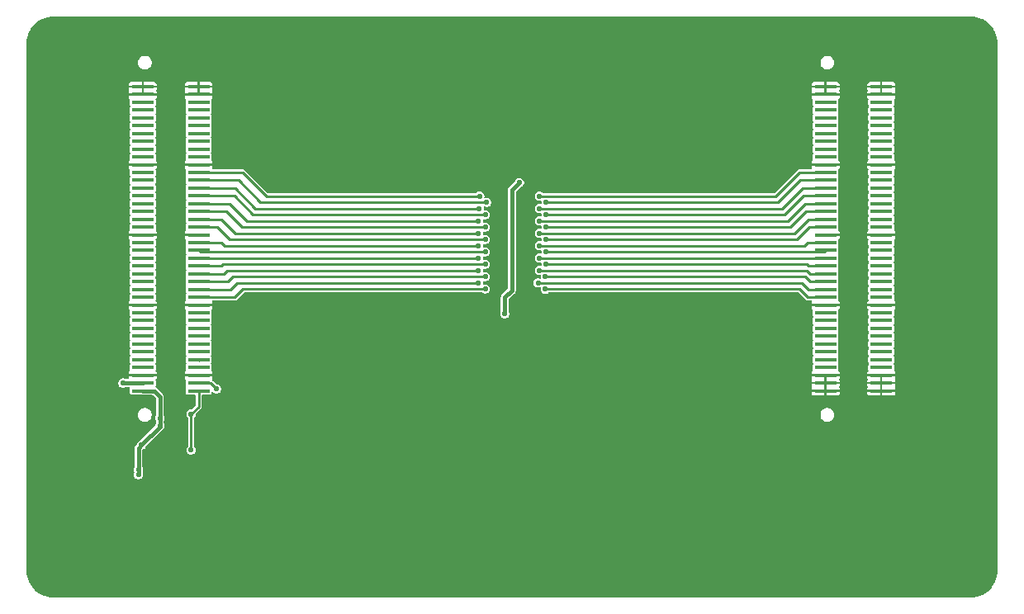
<source format=gbr>
G04 #@! TF.GenerationSoftware,KiCad,Pcbnew,9.0.0*
G04 #@! TF.CreationDate,2025-04-07T23:01:42+01:00*
G04 #@! TF.ProjectId,ephys-test-module-32,65706879-732d-4746-9573-742d6d6f6475,A*
G04 #@! TF.SameCoordinates,Original*
G04 #@! TF.FileFunction,Copper,L2,Bot*
G04 #@! TF.FilePolarity,Positive*
%FSLAX46Y46*%
G04 Gerber Fmt 4.6, Leading zero omitted, Abs format (unit mm)*
G04 Created by KiCad (PCBNEW 9.0.0) date 2025-04-07 23:01:42*
%MOMM*%
%LPD*%
G01*
G04 APERTURE LIST*
G04 #@! TA.AperFunction,SMDPad,CuDef*
%ADD10R,2.273000X0.410000*%
G04 #@! TD*
G04 #@! TA.AperFunction,ViaPad*
%ADD11C,0.550000*%
G04 #@! TD*
G04 #@! TA.AperFunction,Conductor*
%ADD12C,0.400000*%
G04 #@! TD*
G04 #@! TA.AperFunction,Conductor*
%ADD13C,0.220000*%
G04 #@! TD*
G04 APERTURE END LIST*
D10*
G04 #@! TO.P,J2,1,Pin_1*
G04 #@! TO.N,GND*
X125863500Y-84400000D03*
G04 #@! TO.P,J2,2,Pin_2*
X120136500Y-84400000D03*
G04 #@! TO.P,J2,3,Pin_3*
X125863500Y-85200000D03*
G04 #@! TO.P,J2,4,Pin_4*
X120136500Y-85200000D03*
G04 #@! TO.P,J2,5,Pin_5*
G04 #@! TO.N,/Headstage Interface/B4.E_{0}*
X125863500Y-86000000D03*
G04 #@! TO.P,J2,6,Pin_6*
G04 #@! TO.N,/Headstage Interface/B0.E_{0}*
X120136500Y-86000000D03*
G04 #@! TO.P,J2,7,Pin_7*
G04 #@! TO.N,/Headstage Interface/B4.E_{1}*
X125863500Y-86800000D03*
G04 #@! TO.P,J2,8,Pin_8*
G04 #@! TO.N,/Headstage Interface/B0.E_{1}*
X120136500Y-86800000D03*
G04 #@! TO.P,J2,9,Pin_9*
G04 #@! TO.N,/Headstage Interface/B4.E_{2}*
X125863500Y-87600000D03*
G04 #@! TO.P,J2,10,Pin_10*
G04 #@! TO.N,/Headstage Interface/B0.E_{2}*
X120136500Y-87600000D03*
G04 #@! TO.P,J2,11,Pin_11*
G04 #@! TO.N,/Headstage Interface/B4.E_{3}*
X125863500Y-88400000D03*
G04 #@! TO.P,J2,12,Pin_12*
G04 #@! TO.N,/Headstage Interface/B0.E_{3}*
X120136500Y-88400000D03*
G04 #@! TO.P,J2,13,Pin_13*
G04 #@! TO.N,/Headstage Interface/B4.E_{4}*
X125863500Y-89200000D03*
G04 #@! TO.P,J2,14,Pin_14*
G04 #@! TO.N,/Headstage Interface/B0.E_{4}*
X120136500Y-89200000D03*
G04 #@! TO.P,J2,15,Pin_15*
G04 #@! TO.N,/Headstage Interface/B4.E_{5}*
X125863500Y-90000000D03*
G04 #@! TO.P,J2,16,Pin_16*
G04 #@! TO.N,/Headstage Interface/B0.E_{5}*
X120136500Y-90000000D03*
G04 #@! TO.P,J2,17,Pin_17*
G04 #@! TO.N,/Headstage Interface/B4.E_{6}*
X125863500Y-90800000D03*
G04 #@! TO.P,J2,18,Pin_18*
G04 #@! TO.N,/Headstage Interface/B0.E_{6}*
X120136500Y-90800000D03*
G04 #@! TO.P,J2,19,Pin_19*
G04 #@! TO.N,/Headstage Interface/B4.E_{7}*
X125863500Y-91600000D03*
G04 #@! TO.P,J2,20,Pin_20*
G04 #@! TO.N,/Headstage Interface/B0.E_{7}*
X120136500Y-91600000D03*
G04 #@! TO.P,J2,21,Pin_21*
G04 #@! TO.N,GND*
X125863500Y-92400000D03*
G04 #@! TO.P,J2,22,Pin_22*
X120136500Y-92400000D03*
G04 #@! TO.P,J2,23,Pin_23*
G04 #@! TO.N,/Headstage Interface/B5.E_{0}*
X125863500Y-93200000D03*
G04 #@! TO.P,J2,24,Pin_24*
G04 #@! TO.N,/Headstage Interface/B1.E_{0}*
X120136500Y-93200000D03*
G04 #@! TO.P,J2,25,Pin_25*
G04 #@! TO.N,/Headstage Interface/B5.E_{1}*
X125863500Y-94000000D03*
G04 #@! TO.P,J2,26,Pin_26*
G04 #@! TO.N,/Headstage Interface/B1.E_{1}*
X120136500Y-94000000D03*
G04 #@! TO.P,J2,27,Pin_27*
G04 #@! TO.N,/Headstage Interface/B5.E_{2}*
X125863500Y-94800000D03*
G04 #@! TO.P,J2,28,Pin_28*
G04 #@! TO.N,/Headstage Interface/B1.E_{2}*
X120136500Y-94800000D03*
G04 #@! TO.P,J2,29,Pin_29*
G04 #@! TO.N,/Headstage Interface/B5.E_{3}*
X125863500Y-95600000D03*
G04 #@! TO.P,J2,30,Pin_30*
G04 #@! TO.N,/Headstage Interface/B1.E_{3}*
X120136500Y-95600000D03*
G04 #@! TO.P,J2,31,Pin_31*
G04 #@! TO.N,/Headstage Interface/B5.E_{4}*
X125863500Y-96400000D03*
G04 #@! TO.P,J2,32,Pin_32*
G04 #@! TO.N,/Headstage Interface/B1.E_{4}*
X120136500Y-96400000D03*
G04 #@! TO.P,J2,33,Pin_33*
G04 #@! TO.N,/Headstage Interface/B5.E_{5}*
X125863500Y-97200000D03*
G04 #@! TO.P,J2,34,Pin_34*
G04 #@! TO.N,/Headstage Interface/B1.E_{5}*
X120136500Y-97200000D03*
G04 #@! TO.P,J2,35,Pin_35*
G04 #@! TO.N,/Headstage Interface/B5.E_{6}*
X125863500Y-98000000D03*
G04 #@! TO.P,J2,36,Pin_36*
G04 #@! TO.N,/Headstage Interface/B1.E_{6}*
X120136500Y-98000000D03*
G04 #@! TO.P,J2,37,Pin_37*
G04 #@! TO.N,/Headstage Interface/B5.E_{7}*
X125863500Y-98800000D03*
G04 #@! TO.P,J2,38,Pin_38*
G04 #@! TO.N,/Headstage Interface/B1.E_{7}*
X120136500Y-98800000D03*
G04 #@! TO.P,J2,39,Pin_39*
G04 #@! TO.N,GND*
X125863500Y-99600000D03*
G04 #@! TO.P,J2,40,Pin_40*
X120136500Y-99600000D03*
G04 #@! TO.P,J2,41,Pin_41*
G04 #@! TO.N,/Headstage Interface/B6.E_{0}*
X125863500Y-100400000D03*
G04 #@! TO.P,J2,42,Pin_42*
G04 #@! TO.N,/Headstage Interface/B2.E_{0}*
X120136500Y-100400000D03*
G04 #@! TO.P,J2,43,Pin_43*
G04 #@! TO.N,/Headstage Interface/B6.E_{1}*
X125863500Y-101200000D03*
G04 #@! TO.P,J2,44,Pin_44*
G04 #@! TO.N,/Headstage Interface/B2.E_{1}*
X120136500Y-101200000D03*
G04 #@! TO.P,J2,45,Pin_45*
G04 #@! TO.N,/Headstage Interface/B6.E_{2}*
X125863500Y-102000000D03*
G04 #@! TO.P,J2,46,Pin_46*
G04 #@! TO.N,/Headstage Interface/B2.E_{2}*
X120136500Y-102000000D03*
G04 #@! TO.P,J2,47,Pin_47*
G04 #@! TO.N,/Headstage Interface/B6.E_{3}*
X125863500Y-102800000D03*
G04 #@! TO.P,J2,48,Pin_48*
G04 #@! TO.N,/Headstage Interface/B2.E_{3}*
X120136500Y-102800000D03*
G04 #@! TO.P,J2,49,Pin_49*
G04 #@! TO.N,/Headstage Interface/B6.E_{4}*
X125863500Y-103600000D03*
G04 #@! TO.P,J2,50,Pin_50*
G04 #@! TO.N,/Headstage Interface/B2.E_{4}*
X120136500Y-103600000D03*
G04 #@! TO.P,J2,51,Pin_51*
G04 #@! TO.N,/Headstage Interface/B6.E_{5}*
X125863500Y-104400000D03*
G04 #@! TO.P,J2,52,Pin_52*
G04 #@! TO.N,/Headstage Interface/B2.E_{5}*
X120136500Y-104400000D03*
G04 #@! TO.P,J2,53,Pin_53*
G04 #@! TO.N,/Headstage Interface/B6.E_{6}*
X125863500Y-105200000D03*
G04 #@! TO.P,J2,54,Pin_54*
G04 #@! TO.N,/Headstage Interface/B2.E_{6}*
X120136500Y-105200000D03*
G04 #@! TO.P,J2,55,Pin_55*
G04 #@! TO.N,/Headstage Interface/B6.E_{7}*
X125863500Y-106000000D03*
G04 #@! TO.P,J2,56,Pin_56*
G04 #@! TO.N,/Headstage Interface/B2.E_{7}*
X120136500Y-106000000D03*
G04 #@! TO.P,J2,57,Pin_57*
G04 #@! TO.N,GND*
X125863500Y-106800000D03*
G04 #@! TO.P,J2,58,Pin_58*
X120136500Y-106800000D03*
G04 #@! TO.P,J2,59,Pin_59*
G04 #@! TO.N,/Headstage Interface/B7.E_{0}*
X125863500Y-107600000D03*
G04 #@! TO.P,J2,60,Pin_60*
G04 #@! TO.N,/Headstage Interface/B3.E_{0}*
X120136500Y-107600000D03*
G04 #@! TO.P,J2,61,Pin_61*
G04 #@! TO.N,/Headstage Interface/B7.E_{1}*
X125863500Y-108400000D03*
G04 #@! TO.P,J2,62,Pin_62*
G04 #@! TO.N,/Headstage Interface/B3.E_{1}*
X120136500Y-108400000D03*
G04 #@! TO.P,J2,63,Pin_63*
G04 #@! TO.N,/Headstage Interface/B7.E_{2}*
X125863500Y-109200000D03*
G04 #@! TO.P,J2,64,Pin_64*
G04 #@! TO.N,/Headstage Interface/B3.E_{2}*
X120136500Y-109200000D03*
G04 #@! TO.P,J2,65,Pin_65*
G04 #@! TO.N,/Headstage Interface/B7.E_{3}*
X125863500Y-110000000D03*
G04 #@! TO.P,J2,66,Pin_66*
G04 #@! TO.N,/Headstage Interface/B3.E_{3}*
X120136500Y-110000000D03*
G04 #@! TO.P,J2,67,Pin_67*
G04 #@! TO.N,/Headstage Interface/B7.E_{4}*
X125863500Y-110800000D03*
G04 #@! TO.P,J2,68,Pin_68*
G04 #@! TO.N,/Headstage Interface/B3.E_{4}*
X120136500Y-110800000D03*
G04 #@! TO.P,J2,69,Pin_69*
G04 #@! TO.N,/Headstage Interface/B7.E_{5}*
X125863500Y-111600000D03*
G04 #@! TO.P,J2,70,Pin_70*
G04 #@! TO.N,/Headstage Interface/B3.E_{5}*
X120136500Y-111600000D03*
G04 #@! TO.P,J2,71,Pin_71*
G04 #@! TO.N,/Headstage Interface/B7.E_{6}*
X125863500Y-112400000D03*
G04 #@! TO.P,J2,72,Pin_72*
G04 #@! TO.N,/Headstage Interface/B3.E_{6}*
X120136500Y-112400000D03*
G04 #@! TO.P,J2,73,Pin_73*
G04 #@! TO.N,/Headstage Interface/B7.E_{7}*
X125863500Y-113200000D03*
G04 #@! TO.P,J2,74,Pin_74*
G04 #@! TO.N,/Headstage Interface/B3.E_{7}*
X120136500Y-113200000D03*
G04 #@! TO.P,J2,75,Pin_75*
G04 #@! TO.N,GND*
X125863500Y-114000000D03*
G04 #@! TO.P,J2,76,Pin_76*
X120136500Y-114000000D03*
G04 #@! TO.P,J2,77,Pin_77*
G04 #@! TO.N,/Test Signal Interface/SCL*
X125863500Y-114800000D03*
G04 #@! TO.P,J2,78,Pin_78*
G04 #@! TO.N,/Test Signal Interface/WP*
X120136500Y-114800000D03*
G04 #@! TO.P,J2,79,Pin_79*
G04 #@! TO.N,/Test Signal Interface/SDA*
X125863500Y-115600000D03*
G04 #@! TO.P,J2,80,Pin_80*
G04 #@! TO.N,VCC*
X120136500Y-115600000D03*
G04 #@! TD*
G04 #@! TO.P,J3,1,Pin_1*
G04 #@! TO.N,GND*
X195863500Y-84400000D03*
G04 #@! TO.P,J3,2,Pin_2*
X190136500Y-84400000D03*
G04 #@! TO.P,J3,3,Pin_3*
X195863500Y-85200000D03*
G04 #@! TO.P,J3,4,Pin_4*
X190136500Y-85200000D03*
G04 #@! TO.P,J3,5,Pin_5*
G04 #@! TO.N,/Headstage Interface/B12.E_{0}*
X195863500Y-86000000D03*
G04 #@! TO.P,J3,6,Pin_6*
G04 #@! TO.N,/Headstage Interface/B8.E_{0}*
X190136500Y-86000000D03*
G04 #@! TO.P,J3,7,Pin_7*
G04 #@! TO.N,/Headstage Interface/B12.E_{1}*
X195863500Y-86800000D03*
G04 #@! TO.P,J3,8,Pin_8*
G04 #@! TO.N,/Headstage Interface/B8.E_{1}*
X190136500Y-86800000D03*
G04 #@! TO.P,J3,9,Pin_9*
G04 #@! TO.N,/Headstage Interface/B12.E_{2}*
X195863500Y-87600000D03*
G04 #@! TO.P,J3,10,Pin_10*
G04 #@! TO.N,/Headstage Interface/B8.E_{2}*
X190136500Y-87600000D03*
G04 #@! TO.P,J3,11,Pin_11*
G04 #@! TO.N,/Headstage Interface/B12.E_{3}*
X195863500Y-88400000D03*
G04 #@! TO.P,J3,12,Pin_12*
G04 #@! TO.N,/Headstage Interface/B8.E_{3}*
X190136500Y-88400000D03*
G04 #@! TO.P,J3,13,Pin_13*
G04 #@! TO.N,/Headstage Interface/B12.E_{4}*
X195863500Y-89200000D03*
G04 #@! TO.P,J3,14,Pin_14*
G04 #@! TO.N,/Headstage Interface/B8.E_{4}*
X190136500Y-89200000D03*
G04 #@! TO.P,J3,15,Pin_15*
G04 #@! TO.N,/Headstage Interface/B12.E_{5}*
X195863500Y-90000000D03*
G04 #@! TO.P,J3,16,Pin_16*
G04 #@! TO.N,/Headstage Interface/B8.E_{5}*
X190136500Y-90000000D03*
G04 #@! TO.P,J3,17,Pin_17*
G04 #@! TO.N,/Headstage Interface/B12.E_{6}*
X195863500Y-90800000D03*
G04 #@! TO.P,J3,18,Pin_18*
G04 #@! TO.N,/Headstage Interface/B8.E_{6}*
X190136500Y-90800000D03*
G04 #@! TO.P,J3,19,Pin_19*
G04 #@! TO.N,/Headstage Interface/B12.E_{7}*
X195863500Y-91600000D03*
G04 #@! TO.P,J3,20,Pin_20*
G04 #@! TO.N,/Headstage Interface/B8.E_{7}*
X190136500Y-91600000D03*
G04 #@! TO.P,J3,21,Pin_21*
G04 #@! TO.N,GND*
X195863500Y-92400000D03*
G04 #@! TO.P,J3,22,Pin_22*
X190136500Y-92400000D03*
G04 #@! TO.P,J3,23,Pin_23*
G04 #@! TO.N,/Headstage Interface/B13.E_{0}*
X195863500Y-93200000D03*
G04 #@! TO.P,J3,24,Pin_24*
G04 #@! TO.N,/Headstage Interface/B9.E_{0}*
X190136500Y-93200000D03*
G04 #@! TO.P,J3,25,Pin_25*
G04 #@! TO.N,/Headstage Interface/B13.E_{1}*
X195863500Y-94000000D03*
G04 #@! TO.P,J3,26,Pin_26*
G04 #@! TO.N,/Headstage Interface/B9.E_{1}*
X190136500Y-94000000D03*
G04 #@! TO.P,J3,27,Pin_27*
G04 #@! TO.N,/Headstage Interface/B13.E_{2}*
X195863500Y-94800000D03*
G04 #@! TO.P,J3,28,Pin_28*
G04 #@! TO.N,/Headstage Interface/B9.E_{2}*
X190136500Y-94800000D03*
G04 #@! TO.P,J3,29,Pin_29*
G04 #@! TO.N,/Headstage Interface/B13.E_{3}*
X195863500Y-95600000D03*
G04 #@! TO.P,J3,30,Pin_30*
G04 #@! TO.N,/Headstage Interface/B9.E_{3}*
X190136500Y-95600000D03*
G04 #@! TO.P,J3,31,Pin_31*
G04 #@! TO.N,/Headstage Interface/B13.E_{4}*
X195863500Y-96400000D03*
G04 #@! TO.P,J3,32,Pin_32*
G04 #@! TO.N,/Headstage Interface/B9.E_{4}*
X190136500Y-96400000D03*
G04 #@! TO.P,J3,33,Pin_33*
G04 #@! TO.N,/Headstage Interface/B13.E_{5}*
X195863500Y-97200000D03*
G04 #@! TO.P,J3,34,Pin_34*
G04 #@! TO.N,/Headstage Interface/B9.E_{5}*
X190136500Y-97200000D03*
G04 #@! TO.P,J3,35,Pin_35*
G04 #@! TO.N,/Headstage Interface/B13.E_{6}*
X195863500Y-98000000D03*
G04 #@! TO.P,J3,36,Pin_36*
G04 #@! TO.N,/Headstage Interface/B9.E_{6}*
X190136500Y-98000000D03*
G04 #@! TO.P,J3,37,Pin_37*
G04 #@! TO.N,/Headstage Interface/B13.E_{7}*
X195863500Y-98800000D03*
G04 #@! TO.P,J3,38,Pin_38*
G04 #@! TO.N,/Headstage Interface/B9.E_{7}*
X190136500Y-98800000D03*
G04 #@! TO.P,J3,39,Pin_39*
G04 #@! TO.N,GND*
X195863500Y-99600000D03*
G04 #@! TO.P,J3,40,Pin_40*
X190136500Y-99600000D03*
G04 #@! TO.P,J3,41,Pin_41*
G04 #@! TO.N,/Headstage Interface/B14.E_{0}*
X195863500Y-100400000D03*
G04 #@! TO.P,J3,42,Pin_42*
G04 #@! TO.N,/Headstage Interface/B10.E_{0}*
X190136500Y-100400000D03*
G04 #@! TO.P,J3,43,Pin_43*
G04 #@! TO.N,/Headstage Interface/B14.E_{1}*
X195863500Y-101200000D03*
G04 #@! TO.P,J3,44,Pin_44*
G04 #@! TO.N,/Headstage Interface/B10.E_{1}*
X190136500Y-101200000D03*
G04 #@! TO.P,J3,45,Pin_45*
G04 #@! TO.N,/Headstage Interface/B14.E_{2}*
X195863500Y-102000000D03*
G04 #@! TO.P,J3,46,Pin_46*
G04 #@! TO.N,/Headstage Interface/B10.E_{2}*
X190136500Y-102000000D03*
G04 #@! TO.P,J3,47,Pin_47*
G04 #@! TO.N,/Headstage Interface/B14.E_{3}*
X195863500Y-102800000D03*
G04 #@! TO.P,J3,48,Pin_48*
G04 #@! TO.N,/Headstage Interface/B10.E_{3}*
X190136500Y-102800000D03*
G04 #@! TO.P,J3,49,Pin_49*
G04 #@! TO.N,/Headstage Interface/B14.E_{4}*
X195863500Y-103600000D03*
G04 #@! TO.P,J3,50,Pin_50*
G04 #@! TO.N,/Headstage Interface/B10.E_{4}*
X190136500Y-103600000D03*
G04 #@! TO.P,J3,51,Pin_51*
G04 #@! TO.N,/Headstage Interface/B14.E_{5}*
X195863500Y-104400000D03*
G04 #@! TO.P,J3,52,Pin_52*
G04 #@! TO.N,/Headstage Interface/B10.E_{5}*
X190136500Y-104400000D03*
G04 #@! TO.P,J3,53,Pin_53*
G04 #@! TO.N,/Headstage Interface/B14.E_{6}*
X195863500Y-105200000D03*
G04 #@! TO.P,J3,54,Pin_54*
G04 #@! TO.N,/Headstage Interface/B10.E_{6}*
X190136500Y-105200000D03*
G04 #@! TO.P,J3,55,Pin_55*
G04 #@! TO.N,/Headstage Interface/B14.E_{7}*
X195863500Y-106000000D03*
G04 #@! TO.P,J3,56,Pin_56*
G04 #@! TO.N,/Headstage Interface/B10.E_{7}*
X190136500Y-106000000D03*
G04 #@! TO.P,J3,57,Pin_57*
G04 #@! TO.N,GND*
X195863500Y-106800000D03*
G04 #@! TO.P,J3,58,Pin_58*
X190136500Y-106800000D03*
G04 #@! TO.P,J3,59,Pin_59*
G04 #@! TO.N,/Headstage Interface/B15.E_{0}*
X195863500Y-107600000D03*
G04 #@! TO.P,J3,60,Pin_60*
G04 #@! TO.N,/Headstage Interface/B11.E_{0}*
X190136500Y-107600000D03*
G04 #@! TO.P,J3,61,Pin_61*
G04 #@! TO.N,/Headstage Interface/B15.E_{1}*
X195863500Y-108400000D03*
G04 #@! TO.P,J3,62,Pin_62*
G04 #@! TO.N,/Headstage Interface/B11.E_{1}*
X190136500Y-108400000D03*
G04 #@! TO.P,J3,63,Pin_63*
G04 #@! TO.N,/Headstage Interface/B15.E_{2}*
X195863500Y-109200000D03*
G04 #@! TO.P,J3,64,Pin_64*
G04 #@! TO.N,/Headstage Interface/B11.E_{2}*
X190136500Y-109200000D03*
G04 #@! TO.P,J3,65,Pin_65*
G04 #@! TO.N,/Headstage Interface/B15.E_{3}*
X195863500Y-110000000D03*
G04 #@! TO.P,J3,66,Pin_66*
G04 #@! TO.N,/Headstage Interface/B11.E_{3}*
X190136500Y-110000000D03*
G04 #@! TO.P,J3,67,Pin_67*
G04 #@! TO.N,/Headstage Interface/B15.E_{4}*
X195863500Y-110800000D03*
G04 #@! TO.P,J3,68,Pin_68*
G04 #@! TO.N,/Headstage Interface/B11.E_{4}*
X190136500Y-110800000D03*
G04 #@! TO.P,J3,69,Pin_69*
G04 #@! TO.N,/Headstage Interface/B15.E_{5}*
X195863500Y-111600000D03*
G04 #@! TO.P,J3,70,Pin_70*
G04 #@! TO.N,/Headstage Interface/B11.E_{5}*
X190136500Y-111600000D03*
G04 #@! TO.P,J3,71,Pin_71*
G04 #@! TO.N,/Headstage Interface/B15.E_{6}*
X195863500Y-112400000D03*
G04 #@! TO.P,J3,72,Pin_72*
G04 #@! TO.N,/Headstage Interface/B11.E_{6}*
X190136500Y-112400000D03*
G04 #@! TO.P,J3,73,Pin_73*
G04 #@! TO.N,/Headstage Interface/B15.E_{7}*
X195863500Y-113200000D03*
G04 #@! TO.P,J3,74,Pin_74*
G04 #@! TO.N,/Headstage Interface/B11.E_{7}*
X190136500Y-113200000D03*
G04 #@! TO.P,J3,75,Pin_75*
G04 #@! TO.N,GND*
X195863500Y-114000000D03*
G04 #@! TO.P,J3,76,Pin_76*
X190136500Y-114000000D03*
G04 #@! TO.P,J3,77,Pin_77*
X195863500Y-114800000D03*
G04 #@! TO.P,J3,78,Pin_78*
X190136500Y-114800000D03*
G04 #@! TO.P,J3,79,Pin_79*
X195863500Y-115600000D03*
G04 #@! TO.P,J3,80,Pin_80*
X190136500Y-115600000D03*
G04 #@! TD*
D11*
G04 #@! TO.N,GND*
X157226000Y-94361000D03*
X202300000Y-124800000D03*
X114730000Y-80390000D03*
X122555000Y-101854000D03*
X113269807Y-112500000D03*
X153400000Y-91900000D03*
X133600000Y-117000000D03*
X161400000Y-132300000D03*
X135000000Y-80800000D03*
X166800000Y-111700000D03*
X148400000Y-81100000D03*
X113800000Y-133900000D03*
X138700000Y-106800000D03*
X193040000Y-99695000D03*
X192913000Y-92583000D03*
X179700000Y-132600000D03*
X203200000Y-107500000D03*
X141400000Y-92500000D03*
X193040000Y-114681000D03*
X168402000Y-121412000D03*
X175300000Y-106800000D03*
X187500000Y-106800000D03*
X122810000Y-86360000D03*
X128900000Y-133600000D03*
X113100000Y-94400000D03*
X198501000Y-84836000D03*
X158750000Y-106553000D03*
X159400000Y-113200000D03*
X203000000Y-80900000D03*
X174500000Y-92400000D03*
X193900000Y-134700000D03*
X148100000Y-112900000D03*
X184300000Y-116500000D03*
X202900000Y-91100000D03*
X129000000Y-107000000D03*
X129000000Y-92400000D03*
X184900000Y-80200000D03*
X174067445Y-80221652D03*
X161900000Y-92500000D03*
X187833000Y-84963000D03*
X141900000Y-133000000D03*
G04 #@! TO.N,VCC*
X120000000Y-121150000D03*
X121900000Y-118400000D03*
X119700000Y-124200000D03*
X119700000Y-123700000D03*
X121900000Y-119200000D03*
G04 #@! TO.N,/Headstage Interface/B5.E_{0}*
X154686000Y-95631000D03*
G04 #@! TO.N,/Headstage Interface/B5.E_{2}*
X154642000Y-96901000D03*
G04 #@! TO.N,/Headstage Interface/B5.E_{5}*
X155259000Y-98806000D03*
G04 #@! TO.N,/Headstage Interface/B6.E_{2}*
X154559000Y-101981000D03*
G04 #@! TO.N,/Headstage Interface/B6.E_{5}*
X155259000Y-103886000D03*
G04 #@! TO.N,/Headstage Interface/B5.E_{7}*
X155259000Y-100076000D03*
G04 #@! TO.N,/Headstage Interface/B6.E_{7}*
X155259000Y-105156000D03*
G04 #@! TO.N,/Headstage Interface/B6.E_{0}*
X154559000Y-100711000D03*
G04 #@! TO.N,/Headstage Interface/B5.E_{1}*
X155389000Y-96257000D03*
G04 #@! TO.N,/Headstage Interface/REF*
X158750000Y-94234000D03*
X157250000Y-107696000D03*
G04 #@! TO.N,/Headstage Interface/B6.E_{6}*
X154559000Y-104521000D03*
G04 #@! TO.N,/Headstage Interface/B6.E_{1}*
X155259000Y-101346000D03*
G04 #@! TO.N,/Headstage Interface/B5.E_{6}*
X154559000Y-99441000D03*
G04 #@! TO.N,/Headstage Interface/B6.E_{4}*
X154559000Y-103251000D03*
G04 #@! TO.N,/Headstage Interface/B5.E_{4}*
X154559000Y-98171000D03*
G04 #@! TO.N,/Headstage Interface/B5.E_{3}*
X155259000Y-97536000D03*
G04 #@! TO.N,/Headstage Interface/B6.E_{3}*
X155259000Y-102616000D03*
G04 #@! TO.N,/Test Signal Interface/SDA*
X125095000Y-121666000D03*
X125095000Y-117983000D03*
G04 #@! TO.N,/Headstage Interface/B10.E_{4}*
X160800000Y-103251000D03*
G04 #@! TO.N,/Test Signal Interface/SCL*
X127700000Y-115400000D03*
G04 #@! TO.N,/Headstage Interface/B9.E_{1}*
X161500000Y-96266000D03*
G04 #@! TO.N,/Headstage Interface/B9.E_{0}*
X160800000Y-95631000D03*
G04 #@! TO.N,/Headstage Interface/B9.E_{5}*
X161500000Y-98806000D03*
G04 #@! TO.N,/Headstage Interface/B10.E_{3}*
X161500000Y-102616000D03*
G04 #@! TO.N,/Headstage Interface/B10.E_{1}*
X161500000Y-101346000D03*
G04 #@! TO.N,/Headstage Interface/B10.E_{2}*
X160800000Y-101981000D03*
G04 #@! TO.N,/Headstage Interface/B10.E_{7}*
X161417000Y-105165000D03*
G04 #@! TO.N,/Headstage Interface/B9.E_{3}*
X161500000Y-97536000D03*
G04 #@! TO.N,/Headstage Interface/B9.E_{4}*
X160800000Y-98171000D03*
G04 #@! TO.N,/Headstage Interface/B9.E_{6}*
X160800000Y-99441000D03*
G04 #@! TO.N,/Headstage Interface/B9.E_{7}*
X161500000Y-100076000D03*
G04 #@! TO.N,/Headstage Interface/B9.E_{2}*
X160800000Y-96901000D03*
G04 #@! TO.N,/Headstage Interface/B10.E_{6}*
X160670000Y-104530000D03*
G04 #@! TO.N,/Headstage Interface/B10.E_{0}*
X160800000Y-100711000D03*
G04 #@! TO.N,/Headstage Interface/B10.E_{5}*
X161417000Y-103886000D03*
G04 #@! TO.N,/Test Signal Interface/WP*
X118100000Y-114800000D03*
G04 #@! TD*
D12*
G04 #@! TO.N,VCC*
X121900000Y-119250000D02*
X120000000Y-121150000D01*
X121900000Y-116200000D02*
X121300000Y-115600000D01*
X120000000Y-121150000D02*
X119700000Y-121450000D01*
X121900000Y-119200000D02*
X121900000Y-118400000D01*
X121300000Y-115600000D02*
X120136500Y-115600000D01*
X119700000Y-121450000D02*
X119700000Y-124200000D01*
X121900000Y-118400000D02*
X121900000Y-116200000D01*
X121900000Y-119200000D02*
X121900000Y-119250000D01*
D13*
G04 #@! TO.N,/Headstage Interface/B5.E_{0}*
X125863500Y-93200000D02*
X130411000Y-93200000D01*
X130411000Y-93200000D02*
X132842000Y-95631000D01*
X132842000Y-95631000D02*
X154686000Y-95631000D01*
G04 #@! TO.N,/Headstage Interface/B5.E_{2}*
X131699000Y-96901000D02*
X154642000Y-96901000D01*
X125863500Y-94800000D02*
X129598000Y-94800000D01*
X129598000Y-94800000D02*
X131699000Y-96901000D01*
G04 #@! TO.N,/Headstage Interface/B5.E_{5}*
X128696000Y-97200000D02*
X130302000Y-98806000D01*
X125863500Y-97200000D02*
X128696000Y-97200000D01*
X130302000Y-98806000D02*
X155259000Y-98806000D01*
G04 #@! TO.N,/Headstage Interface/B6.E_{2}*
X125863500Y-102000000D02*
X154540000Y-102000000D01*
X154540000Y-102000000D02*
X154559000Y-101981000D01*
G04 #@! TO.N,/Headstage Interface/B6.E_{5}*
X125863500Y-104400000D02*
X128899000Y-104400000D01*
X128899000Y-104400000D02*
X129413000Y-103886000D01*
X129413000Y-103886000D02*
X155259000Y-103886000D01*
G04 #@! TO.N,/Headstage Interface/B7.E_{6}*
X125863500Y-112400000D02*
X125931750Y-112468250D01*
G04 #@! TO.N,/Headstage Interface/B5.E_{7}*
X127756000Y-98800000D02*
X129032000Y-100076000D01*
X129032000Y-100076000D02*
X155259000Y-100076000D01*
X125863500Y-98800000D02*
X127756000Y-98800000D01*
G04 #@! TO.N,/Headstage Interface/B6.E_{7}*
X130429000Y-105156000D02*
X155259000Y-105156000D01*
X125863500Y-106000000D02*
X129585000Y-106000000D01*
X129585000Y-106000000D02*
X130429000Y-105156000D01*
G04 #@! TO.N,/Headstage Interface/B6.E_{0}*
X125863500Y-100400000D02*
X128213000Y-100400000D01*
X128213000Y-100400000D02*
X128524000Y-100711000D01*
X128524000Y-100711000D02*
X154559000Y-100711000D01*
G04 #@! TO.N,/Headstage Interface/B5.E_{1}*
X125863500Y-94000000D02*
X129941000Y-94000000D01*
X129941000Y-94000000D02*
X132198000Y-96257000D01*
X132198000Y-96257000D02*
X155389000Y-96257000D01*
D12*
G04 #@! TO.N,/Headstage Interface/REF*
X157250000Y-106021000D02*
X157250000Y-107696000D01*
X158750000Y-94234000D02*
X157976489Y-95007511D01*
X157976489Y-105294511D02*
X157250000Y-106021000D01*
X157976489Y-95007511D02*
X157976489Y-105294511D01*
D13*
G04 #@! TO.N,/Headstage Interface/B6.E_{6}*
X129838000Y-104521000D02*
X154559000Y-104521000D01*
X125863500Y-105200000D02*
X129159000Y-105200000D01*
X129159000Y-105200000D02*
X129838000Y-104521000D01*
G04 #@! TO.N,/Headstage Interface/B6.E_{1}*
X126009500Y-101346000D02*
X155259000Y-101346000D01*
X125863500Y-101200000D02*
X126009500Y-101346000D01*
G04 #@! TO.N,/Headstage Interface/B5.E_{6}*
X129667000Y-99441000D02*
X154559000Y-99441000D01*
X128226000Y-98000000D02*
X129667000Y-99441000D01*
X125863500Y-98000000D02*
X128226000Y-98000000D01*
G04 #@! TO.N,/Headstage Interface/B6.E_{4}*
X125863500Y-103600000D02*
X128429000Y-103600000D01*
X128429000Y-103600000D02*
X128778000Y-103251000D01*
X128778000Y-103251000D02*
X154559000Y-103251000D01*
G04 #@! TO.N,/Headstage Interface/B5.E_{4}*
X130810000Y-98171000D02*
X154559000Y-98171000D01*
X129039000Y-96400000D02*
X130810000Y-98171000D01*
X125863500Y-96400000D02*
X129039000Y-96400000D01*
G04 #@! TO.N,/Headstage Interface/B5.E_{3}*
X131445000Y-97536000D02*
X155259000Y-97536000D01*
X125863500Y-95600000D02*
X129509000Y-95600000D01*
X129509000Y-95600000D02*
X131445000Y-97536000D01*
G04 #@! TO.N,/Headstage Interface/B6.E_{3}*
X128213000Y-102800000D02*
X128397000Y-102616000D01*
X128397000Y-102616000D02*
X155259000Y-102616000D01*
X125863500Y-102800000D02*
X128213000Y-102800000D01*
G04 #@! TO.N,/Test Signal Interface/SDA*
X125095000Y-117983000D02*
X125095000Y-121666000D01*
X125863500Y-117214500D02*
X125863500Y-115600000D01*
X125095000Y-117983000D02*
X125863500Y-117214500D01*
G04 #@! TO.N,/Headstage Interface/B10.E_{4}*
X188563000Y-103600000D02*
X188214000Y-103251000D01*
X190136500Y-103600000D02*
X188563000Y-103600000D01*
X188214000Y-103251000D02*
X160800000Y-103251000D01*
G04 #@! TO.N,/Test Signal Interface/SCL*
X125863500Y-114800000D02*
X127100000Y-114800000D01*
X127100000Y-114800000D02*
X127700000Y-115400000D01*
G04 #@! TO.N,/Headstage Interface/B9.E_{1}*
X187559000Y-94000000D02*
X185293000Y-96266000D01*
X190136500Y-94000000D02*
X187559000Y-94000000D01*
X185293000Y-96266000D02*
X161500000Y-96266000D01*
G04 #@! TO.N,/Headstage Interface/B9.E_{0}*
X187470000Y-93200000D02*
X185039000Y-95631000D01*
X185039000Y-95631000D02*
X160800000Y-95631000D01*
X190136500Y-93200000D02*
X187470000Y-93200000D01*
G04 #@! TO.N,/Headstage Interface/B9.E_{5}*
X186563000Y-98806000D02*
X161500000Y-98806000D01*
X188169000Y-97200000D02*
X186563000Y-98806000D01*
X190136500Y-97200000D02*
X188169000Y-97200000D01*
G04 #@! TO.N,/Headstage Interface/B10.E_{3}*
X188214000Y-102616000D02*
X161500000Y-102616000D01*
X190136500Y-102800000D02*
X188398000Y-102800000D01*
X188398000Y-102800000D02*
X188214000Y-102616000D01*
G04 #@! TO.N,/Headstage Interface/B10.E_{1}*
X190136500Y-101200000D02*
X189990500Y-101346000D01*
X189990500Y-101346000D02*
X161500000Y-101346000D01*
G04 #@! TO.N,/Headstage Interface/B10.E_{2}*
X190136500Y-102000000D02*
X160819000Y-102000000D01*
X160819000Y-102000000D02*
X160800000Y-101981000D01*
G04 #@! TO.N,/Headstage Interface/B10.E_{7}*
X190136500Y-106000000D02*
X188296000Y-106000000D01*
X188296000Y-106000000D02*
X187461000Y-105165000D01*
X187461000Y-105165000D02*
X161417000Y-105165000D01*
G04 #@! TO.N,/Headstage Interface/B9.E_{3}*
X187864000Y-95600000D02*
X185928000Y-97536000D01*
X185928000Y-97536000D02*
X161500000Y-97536000D01*
X190136500Y-95600000D02*
X187864000Y-95600000D01*
G04 #@! TO.N,/Headstage Interface/B9.E_{4}*
X190136500Y-96400000D02*
X188080000Y-96400000D01*
X188080000Y-96400000D02*
X186309000Y-98171000D01*
X186309000Y-98171000D02*
X160800000Y-98171000D01*
G04 #@! TO.N,/Headstage Interface/B9.E_{6}*
X186944000Y-99441000D02*
X160800000Y-99441000D01*
X188385000Y-98000000D02*
X186944000Y-99441000D01*
X190136500Y-98000000D02*
X188385000Y-98000000D01*
G04 #@! TO.N,/Headstage Interface/B9.E_{7}*
X187198000Y-100076000D02*
X161500000Y-100076000D01*
X190136500Y-98800000D02*
X188474000Y-98800000D01*
X188474000Y-98800000D02*
X187198000Y-100076000D01*
G04 #@! TO.N,/Headstage Interface/B9.E_{2}*
X187775000Y-94800000D02*
X185674000Y-96901000D01*
X190136500Y-94800000D02*
X187775000Y-94800000D01*
X185674000Y-96901000D02*
X160800000Y-96901000D01*
G04 #@! TO.N,/Headstage Interface/B10.E_{6}*
X188385000Y-105200000D02*
X187715000Y-104530000D01*
X187715000Y-104530000D02*
X160670000Y-104530000D01*
X190136500Y-105200000D02*
X188385000Y-105200000D01*
G04 #@! TO.N,/Headstage Interface/B10.E_{0}*
X190136500Y-100400000D02*
X188271000Y-100400000D01*
X188271000Y-100400000D02*
X187960000Y-100711000D01*
X187960000Y-100711000D02*
X160800000Y-100711000D01*
G04 #@! TO.N,/Headstage Interface/B10.E_{5}*
X188598000Y-104400000D02*
X188084000Y-103886000D01*
X190136500Y-104400000D02*
X188598000Y-104400000D01*
X188084000Y-103886000D02*
X161417000Y-103886000D01*
D12*
G04 #@! TO.N,/Test Signal Interface/WP*
X118100000Y-114800000D02*
X120136500Y-114800000D01*
G04 #@! TD*
G04 #@! TA.AperFunction,Conductor*
G04 #@! TO.N,GND*
G36*
X205002065Y-77200615D02*
G01*
X205309309Y-77217870D01*
X205317543Y-77218799D01*
X205618855Y-77269993D01*
X205626923Y-77271834D01*
X205920633Y-77356451D01*
X205928447Y-77359185D01*
X206210817Y-77476147D01*
X206218293Y-77479747D01*
X206485784Y-77627584D01*
X206492808Y-77631997D01*
X206742086Y-77808869D01*
X206748554Y-77814028D01*
X206901670Y-77950862D01*
X206976446Y-78017686D01*
X206982313Y-78023553D01*
X207065033Y-78116116D01*
X207185969Y-78251443D01*
X207191132Y-78257915D01*
X207346337Y-78476657D01*
X207368000Y-78507188D01*
X207372415Y-78514215D01*
X207520252Y-78781706D01*
X207523852Y-78789182D01*
X207640810Y-79071543D01*
X207643551Y-79079376D01*
X207728162Y-79373065D01*
X207730008Y-79381156D01*
X207781199Y-79682450D01*
X207782129Y-79690696D01*
X207799384Y-79997934D01*
X207799500Y-80002083D01*
X207799500Y-133997916D01*
X207799384Y-134002065D01*
X207782129Y-134309303D01*
X207781199Y-134317549D01*
X207730008Y-134618843D01*
X207728162Y-134626934D01*
X207643551Y-134920623D01*
X207640810Y-134928456D01*
X207523852Y-135210817D01*
X207520252Y-135218293D01*
X207372415Y-135485784D01*
X207368000Y-135492811D01*
X207191138Y-135742076D01*
X207185963Y-135748564D01*
X206982313Y-135976446D01*
X206976446Y-135982313D01*
X206748564Y-136185963D01*
X206742076Y-136191138D01*
X206492811Y-136368000D01*
X206485784Y-136372415D01*
X206218293Y-136520252D01*
X206210817Y-136523852D01*
X205928456Y-136640810D01*
X205920623Y-136643551D01*
X205626934Y-136728162D01*
X205618843Y-136730008D01*
X205317549Y-136781199D01*
X205309303Y-136782129D01*
X205002066Y-136799384D01*
X204997917Y-136799500D01*
X111002083Y-136799500D01*
X110997934Y-136799384D01*
X110690696Y-136782129D01*
X110682450Y-136781199D01*
X110381156Y-136730008D01*
X110373065Y-136728162D01*
X110079376Y-136643551D01*
X110071543Y-136640810D01*
X109789182Y-136523852D01*
X109781706Y-136520252D01*
X109514215Y-136372415D01*
X109507188Y-136368000D01*
X109363715Y-136266201D01*
X109257915Y-136191132D01*
X109251443Y-136185969D01*
X109062260Y-136016904D01*
X109023553Y-135982313D01*
X109017686Y-135976446D01*
X108950862Y-135901670D01*
X108814028Y-135748554D01*
X108808869Y-135742086D01*
X108631997Y-135492808D01*
X108627584Y-135485784D01*
X108610565Y-135454991D01*
X108479747Y-135218293D01*
X108476147Y-135210817D01*
X108450347Y-135148531D01*
X108359185Y-134928447D01*
X108356451Y-134920633D01*
X108271834Y-134626923D01*
X108269993Y-134618855D01*
X108218799Y-134317543D01*
X108217870Y-134309303D01*
X108200616Y-134002065D01*
X108200500Y-133997916D01*
X108200500Y-117995022D01*
X119619500Y-117995022D01*
X119619500Y-118134977D01*
X119646802Y-118272238D01*
X119646805Y-118272249D01*
X119700362Y-118401547D01*
X119700363Y-118401548D01*
X119778118Y-118517917D01*
X119877083Y-118616882D01*
X119993452Y-118694637D01*
X120122755Y-118748196D01*
X120260022Y-118775500D01*
X120260023Y-118775500D01*
X120399977Y-118775500D01*
X120399978Y-118775500D01*
X120537245Y-118748196D01*
X120666548Y-118694637D01*
X120782917Y-118616882D01*
X120881882Y-118517917D01*
X120959637Y-118401548D01*
X121013196Y-118272245D01*
X121040500Y-118134978D01*
X121040500Y-117995022D01*
X121013196Y-117857755D01*
X120959637Y-117728452D01*
X120881882Y-117612083D01*
X120782917Y-117513118D01*
X120774510Y-117507500D01*
X120666547Y-117435362D01*
X120537249Y-117381805D01*
X120537238Y-117381802D01*
X120433829Y-117361233D01*
X120399978Y-117354500D01*
X120260022Y-117354500D01*
X120232867Y-117359901D01*
X120122761Y-117381802D01*
X120122750Y-117381805D01*
X119993452Y-117435362D01*
X119877083Y-117513117D01*
X119877082Y-117513119D01*
X119778119Y-117612082D01*
X119778117Y-117612083D01*
X119700362Y-117728452D01*
X119646805Y-117857750D01*
X119646802Y-117857761D01*
X119619500Y-117995022D01*
X108200500Y-117995022D01*
X108200500Y-114737396D01*
X117624500Y-114737396D01*
X117624500Y-114862603D01*
X117656904Y-114983535D01*
X117714464Y-115083232D01*
X117719505Y-115091964D01*
X117808036Y-115180495D01*
X117916464Y-115243095D01*
X117916463Y-115243095D01*
X117943905Y-115250448D01*
X118037396Y-115275499D01*
X118037397Y-115275500D01*
X118037399Y-115275500D01*
X118162603Y-115275500D01*
X118162603Y-115275499D01*
X118283536Y-115243095D01*
X118319773Y-115222174D01*
X118340143Y-115210414D01*
X118377142Y-115200500D01*
X118750377Y-115200500D01*
X118802703Y-115222174D01*
X118824377Y-115274500D01*
X118813634Y-115309912D01*
X118813923Y-115310032D01*
X118812707Y-115312967D01*
X118811904Y-115315615D01*
X118811133Y-115316768D01*
X118811133Y-115316769D01*
X118799500Y-115375252D01*
X118799500Y-115824748D01*
X118804481Y-115849789D01*
X118811133Y-115883232D01*
X118840608Y-115927343D01*
X118855448Y-115949552D01*
X118897242Y-115977478D01*
X118921767Y-115993866D01*
X118921768Y-115993866D01*
X118921769Y-115993867D01*
X118980252Y-116005500D01*
X121108455Y-116005500D01*
X121160781Y-116027174D01*
X121477826Y-116344219D01*
X121499500Y-116396545D01*
X121499500Y-118122858D01*
X121489586Y-118159857D01*
X121456904Y-118216464D01*
X121424500Y-118337396D01*
X121424500Y-118462603D01*
X121456903Y-118583532D01*
X121456905Y-118583537D01*
X121489586Y-118640141D01*
X121499500Y-118677141D01*
X121499500Y-118922858D01*
X121489586Y-118959857D01*
X121456904Y-119016464D01*
X121424499Y-119137399D01*
X121424486Y-119137500D01*
X121424456Y-119137560D01*
X121423244Y-119142084D01*
X121422344Y-119141842D01*
X121403446Y-119180160D01*
X119912770Y-120670835D01*
X119879598Y-120689987D01*
X119816463Y-120706904D01*
X119708036Y-120769504D01*
X119619504Y-120858036D01*
X119556904Y-120966463D01*
X119539987Y-121029599D01*
X119520835Y-121062771D01*
X119379518Y-121204088D01*
X119326795Y-121295407D01*
X119326791Y-121295416D01*
X119316577Y-121333535D01*
X119316578Y-121333536D01*
X119299500Y-121397274D01*
X119299500Y-123422858D01*
X119289586Y-123459857D01*
X119256904Y-123516464D01*
X119224500Y-123637396D01*
X119224500Y-123762603D01*
X119256904Y-123883535D01*
X119273916Y-123913001D01*
X119281308Y-123969153D01*
X119273916Y-123986999D01*
X119256904Y-124016464D01*
X119224500Y-124137396D01*
X119224500Y-124262603D01*
X119256904Y-124383535D01*
X119256905Y-124383536D01*
X119319505Y-124491964D01*
X119408036Y-124580495D01*
X119516464Y-124643095D01*
X119516463Y-124643095D01*
X119586286Y-124661804D01*
X119637396Y-124675499D01*
X119637397Y-124675500D01*
X119637399Y-124675500D01*
X119762603Y-124675500D01*
X119762603Y-124675499D01*
X119883536Y-124643095D01*
X119991964Y-124580495D01*
X120080495Y-124491964D01*
X120143095Y-124383536D01*
X120175499Y-124262603D01*
X120175500Y-124262603D01*
X120175500Y-124137397D01*
X120175499Y-124137396D01*
X120143096Y-124016467D01*
X120143094Y-124016462D01*
X120126084Y-123987000D01*
X120118691Y-123930848D01*
X120126084Y-123913000D01*
X120143094Y-123883537D01*
X120143095Y-123883536D01*
X120175499Y-123762603D01*
X120175500Y-123762603D01*
X120175500Y-123637397D01*
X120175499Y-123637396D01*
X120143095Y-123516464D01*
X120110414Y-123459857D01*
X120100500Y-123422858D01*
X120100500Y-121672126D01*
X120122174Y-121619800D01*
X120155344Y-121600648D01*
X120183536Y-121593095D01*
X120291964Y-121530495D01*
X120380495Y-121441964D01*
X120443095Y-121333536D01*
X120453312Y-121295407D01*
X120460013Y-121270399D01*
X120479163Y-121237228D01*
X122055650Y-119660740D01*
X122079663Y-119644698D01*
X122083526Y-119643097D01*
X122083536Y-119643095D01*
X122191964Y-119580495D01*
X122280495Y-119491964D01*
X122343095Y-119383536D01*
X122375499Y-119262603D01*
X122375500Y-119262603D01*
X122375500Y-119137397D01*
X122375499Y-119137396D01*
X122343095Y-119016464D01*
X122310414Y-118959857D01*
X122300500Y-118922858D01*
X122300500Y-118677141D01*
X122310414Y-118640141D01*
X122343095Y-118583536D01*
X122375499Y-118462603D01*
X122375500Y-118462603D01*
X122375500Y-118337397D01*
X122375499Y-118337396D01*
X122343095Y-118216464D01*
X122310414Y-118159857D01*
X122300500Y-118122858D01*
X122300500Y-116147273D01*
X122273207Y-116045413D01*
X122273207Y-116045412D01*
X122220482Y-115954090D01*
X122220481Y-115954089D01*
X122220480Y-115954087D01*
X121545913Y-115279520D01*
X121545910Y-115279518D01*
X121545909Y-115279517D01*
X121459042Y-115229364D01*
X121424563Y-115184430D01*
X121431956Y-115128278D01*
X121434492Y-115124198D01*
X121461867Y-115083231D01*
X121473500Y-115024748D01*
X121473500Y-114575252D01*
X121461867Y-114516769D01*
X121461866Y-114516767D01*
X121461866Y-114516766D01*
X121459077Y-114510032D01*
X121462457Y-114508631D01*
X121453971Y-114465920D01*
X121474221Y-114428044D01*
X121524785Y-114377480D01*
X121570089Y-114274875D01*
X121573000Y-114249792D01*
X124427001Y-114249792D01*
X124429908Y-114274868D01*
X124429910Y-114274874D01*
X124475213Y-114377478D01*
X124525780Y-114428045D01*
X124547454Y-114480371D01*
X124538733Y-114509128D01*
X124540922Y-114510035D01*
X124538133Y-114516767D01*
X124526500Y-114575253D01*
X124526500Y-115024746D01*
X124538133Y-115083232D01*
X124586497Y-115155611D01*
X124584430Y-115156991D01*
X124602245Y-115200000D01*
X124584430Y-115243008D01*
X124586497Y-115244389D01*
X124538133Y-115316767D01*
X124535349Y-115330764D01*
X124526500Y-115375252D01*
X124526500Y-115824748D01*
X124531481Y-115849789D01*
X124538133Y-115883232D01*
X124567608Y-115927343D01*
X124582448Y-115949552D01*
X124624242Y-115977478D01*
X124648767Y-115993866D01*
X124648768Y-115993866D01*
X124648769Y-115993867D01*
X124707252Y-116005500D01*
X125479000Y-116005500D01*
X125531326Y-116027174D01*
X125553000Y-116079500D01*
X125553000Y-117055234D01*
X125531326Y-117107560D01*
X125153060Y-117485826D01*
X125100734Y-117507500D01*
X125032397Y-117507500D01*
X124911464Y-117539904D01*
X124803036Y-117602504D01*
X124714504Y-117691036D01*
X124651904Y-117799464D01*
X124619500Y-117920396D01*
X124619500Y-118045603D01*
X124651904Y-118166535D01*
X124714504Y-118274963D01*
X124762826Y-118323285D01*
X124784500Y-118375611D01*
X124784500Y-121273389D01*
X124762826Y-121325715D01*
X124714504Y-121374036D01*
X124651904Y-121482464D01*
X124619500Y-121603396D01*
X124619500Y-121728603D01*
X124651904Y-121849535D01*
X124651905Y-121849536D01*
X124714505Y-121957964D01*
X124803036Y-122046495D01*
X124911464Y-122109095D01*
X124911463Y-122109095D01*
X124981286Y-122127804D01*
X125032396Y-122141499D01*
X125032397Y-122141500D01*
X125032399Y-122141500D01*
X125157603Y-122141500D01*
X125157603Y-122141499D01*
X125278536Y-122109095D01*
X125386964Y-122046495D01*
X125475495Y-121957964D01*
X125538095Y-121849536D01*
X125570499Y-121728603D01*
X125570500Y-121728603D01*
X125570500Y-121603397D01*
X125570499Y-121603396D01*
X125569762Y-121600647D01*
X125538095Y-121482464D01*
X125475495Y-121374036D01*
X125427174Y-121325715D01*
X125405500Y-121273389D01*
X125405500Y-118375611D01*
X125427174Y-118323285D01*
X125475495Y-118274964D01*
X125538095Y-118166536D01*
X125570499Y-118045603D01*
X125570500Y-118045603D01*
X125570500Y-117995022D01*
X189619500Y-117995022D01*
X189619500Y-118134977D01*
X189646802Y-118272238D01*
X189646805Y-118272249D01*
X189700362Y-118401547D01*
X189700363Y-118401548D01*
X189778118Y-118517917D01*
X189877083Y-118616882D01*
X189993452Y-118694637D01*
X190122755Y-118748196D01*
X190260022Y-118775500D01*
X190260023Y-118775500D01*
X190399977Y-118775500D01*
X190399978Y-118775500D01*
X190537245Y-118748196D01*
X190666548Y-118694637D01*
X190782917Y-118616882D01*
X190881882Y-118517917D01*
X190959637Y-118401548D01*
X191013196Y-118272245D01*
X191040500Y-118134978D01*
X191040500Y-117995022D01*
X191013196Y-117857755D01*
X190959637Y-117728452D01*
X190881882Y-117612083D01*
X190782917Y-117513118D01*
X190774510Y-117507500D01*
X190666547Y-117435362D01*
X190537249Y-117381805D01*
X190537238Y-117381802D01*
X190433829Y-117361233D01*
X190399978Y-117354500D01*
X190260022Y-117354500D01*
X190232867Y-117359901D01*
X190122761Y-117381802D01*
X190122750Y-117381805D01*
X189993452Y-117435362D01*
X189877083Y-117513117D01*
X189877082Y-117513119D01*
X189778119Y-117612082D01*
X189778117Y-117612083D01*
X189700362Y-117728452D01*
X189646805Y-117857750D01*
X189646802Y-117857761D01*
X189619500Y-117995022D01*
X125570500Y-117995022D01*
X125570500Y-117977266D01*
X125592174Y-117924940D01*
X125826078Y-117691036D01*
X126111962Y-117405152D01*
X126152840Y-117334349D01*
X126173999Y-117255381D01*
X126174000Y-117255381D01*
X126174000Y-116079500D01*
X126195674Y-116027174D01*
X126248000Y-116005500D01*
X127019746Y-116005500D01*
X127019748Y-116005500D01*
X127078231Y-115993867D01*
X127144552Y-115949552D01*
X127188867Y-115883231D01*
X127200500Y-115824748D01*
X127200500Y-115751611D01*
X127222174Y-115699285D01*
X127274500Y-115677611D01*
X127326826Y-115699285D01*
X127408036Y-115780495D01*
X127516464Y-115843095D01*
X127516463Y-115843095D01*
X127586286Y-115861804D01*
X127637396Y-115875499D01*
X127637397Y-115875500D01*
X127637399Y-115875500D01*
X127762603Y-115875500D01*
X127762603Y-115875499D01*
X127858543Y-115849792D01*
X188700001Y-115849792D01*
X188702908Y-115874868D01*
X188702910Y-115874874D01*
X188748213Y-115977478D01*
X188827521Y-116056786D01*
X188930124Y-116102089D01*
X188930123Y-116102089D01*
X188955210Y-116104999D01*
X190036500Y-116104999D01*
X190236500Y-116104999D01*
X191317792Y-116104999D01*
X191342868Y-116102091D01*
X191342874Y-116102089D01*
X191445478Y-116056786D01*
X191524786Y-115977478D01*
X191570089Y-115874875D01*
X191573000Y-115849792D01*
X194427001Y-115849792D01*
X194429908Y-115874868D01*
X194429910Y-115874874D01*
X194475213Y-115977478D01*
X194554521Y-116056786D01*
X194657124Y-116102089D01*
X194657123Y-116102089D01*
X194682210Y-116104999D01*
X195763500Y-116104999D01*
X195963500Y-116104999D01*
X197044792Y-116104999D01*
X197069868Y-116102091D01*
X197069874Y-116102089D01*
X197172478Y-116056786D01*
X197251786Y-115977478D01*
X197297089Y-115874875D01*
X197300000Y-115849789D01*
X197300000Y-115700000D01*
X195963500Y-115700000D01*
X195963500Y-116104999D01*
X195763500Y-116104999D01*
X195763500Y-115700000D01*
X194427001Y-115700000D01*
X194427001Y-115849792D01*
X191573000Y-115849792D01*
X191573000Y-115849789D01*
X191573000Y-115700000D01*
X190236500Y-115700000D01*
X190236500Y-116104999D01*
X190036500Y-116104999D01*
X190036500Y-115700000D01*
X188700001Y-115700000D01*
X188700001Y-115849792D01*
X127858543Y-115849792D01*
X127883536Y-115843095D01*
X127991964Y-115780495D01*
X128080495Y-115691964D01*
X128143095Y-115583536D01*
X128175499Y-115462603D01*
X128175500Y-115462603D01*
X128175500Y-115350210D01*
X188700000Y-115350210D01*
X188700000Y-115500000D01*
X190036500Y-115500000D01*
X190236500Y-115500000D01*
X191572999Y-115500000D01*
X191572999Y-115350210D01*
X194427000Y-115350210D01*
X194427000Y-115500000D01*
X195763500Y-115500000D01*
X195963500Y-115500000D01*
X197299999Y-115500000D01*
X197299999Y-115350207D01*
X197297091Y-115325131D01*
X197297089Y-115325126D01*
X197255039Y-115229890D01*
X197253731Y-115173268D01*
X197255039Y-115170110D01*
X197297089Y-115074875D01*
X197300000Y-115049789D01*
X197300000Y-114900000D01*
X195963500Y-114900000D01*
X195963500Y-115500000D01*
X195763500Y-115500000D01*
X195763500Y-114900000D01*
X194427001Y-114900000D01*
X194427001Y-115049792D01*
X194429908Y-115074868D01*
X194429910Y-115074874D01*
X194471960Y-115170109D01*
X194473268Y-115226731D01*
X194471960Y-115229889D01*
X194429910Y-115325123D01*
X194427000Y-115350210D01*
X191572999Y-115350210D01*
X191572999Y-115350207D01*
X191570091Y-115325131D01*
X191570089Y-115325126D01*
X191528039Y-115229890D01*
X191526731Y-115173268D01*
X191528039Y-115170110D01*
X191570089Y-115074875D01*
X191573000Y-115049789D01*
X191573000Y-114900000D01*
X190236500Y-114900000D01*
X190236500Y-115500000D01*
X190036500Y-115500000D01*
X190036500Y-114900000D01*
X188700001Y-114900000D01*
X188700001Y-115049792D01*
X188702908Y-115074868D01*
X188702910Y-115074874D01*
X188744960Y-115170109D01*
X188746268Y-115226731D01*
X188744960Y-115229889D01*
X188702910Y-115325123D01*
X188700000Y-115350210D01*
X128175500Y-115350210D01*
X128175500Y-115337397D01*
X128175499Y-115337396D01*
X128172210Y-115325123D01*
X128143095Y-115216464D01*
X128080495Y-115108036D01*
X127991964Y-115019505D01*
X127991963Y-115019504D01*
X127883534Y-114956904D01*
X127883536Y-114956904D01*
X127762603Y-114924500D01*
X127762601Y-114924500D01*
X127694266Y-114924500D01*
X127641940Y-114902826D01*
X127342713Y-114603599D01*
X127290652Y-114551538D01*
X127288352Y-114550210D01*
X188700000Y-114550210D01*
X188700000Y-114700000D01*
X190036500Y-114700000D01*
X190236500Y-114700000D01*
X191572999Y-114700000D01*
X191572999Y-114550210D01*
X194427000Y-114550210D01*
X194427000Y-114700000D01*
X195763500Y-114700000D01*
X195963500Y-114700000D01*
X197299999Y-114700000D01*
X197299999Y-114550207D01*
X197297091Y-114525131D01*
X197297089Y-114525126D01*
X197255039Y-114429890D01*
X197253731Y-114373268D01*
X197255039Y-114370110D01*
X197297089Y-114274875D01*
X197300000Y-114249789D01*
X197300000Y-114100000D01*
X195963500Y-114100000D01*
X195963500Y-114700000D01*
X195763500Y-114700000D01*
X195763500Y-114100000D01*
X194427001Y-114100000D01*
X194427001Y-114249792D01*
X194429908Y-114274868D01*
X194429910Y-114274874D01*
X194471960Y-114370109D01*
X194473268Y-114426731D01*
X194471960Y-114429889D01*
X194429910Y-114525123D01*
X194427000Y-114550210D01*
X191572999Y-114550210D01*
X191572999Y-114550207D01*
X191570091Y-114525131D01*
X191570089Y-114525126D01*
X191528039Y-114429890D01*
X191526731Y-114373268D01*
X191528039Y-114370110D01*
X191570089Y-114274875D01*
X191573000Y-114249789D01*
X191573000Y-114100000D01*
X190236500Y-114100000D01*
X190236500Y-114700000D01*
X190036500Y-114700000D01*
X190036500Y-114100000D01*
X188700001Y-114100000D01*
X188700001Y-114249792D01*
X188702908Y-114274868D01*
X188702910Y-114274874D01*
X188744960Y-114370109D01*
X188746268Y-114426731D01*
X188744960Y-114429889D01*
X188702910Y-114525123D01*
X188700000Y-114550210D01*
X127288352Y-114550210D01*
X127234706Y-114519237D01*
X127230630Y-114516054D01*
X127219035Y-114495566D01*
X127204702Y-114476887D01*
X127205411Y-114471494D01*
X127202734Y-114466763D01*
X127209021Y-114444078D01*
X127212095Y-114420735D01*
X127217412Y-114413804D01*
X127217862Y-114412184D01*
X127219266Y-114411389D01*
X127223856Y-114405408D01*
X127251786Y-114377478D01*
X127297089Y-114274875D01*
X127300000Y-114249789D01*
X127300000Y-114100000D01*
X124427001Y-114100000D01*
X124427001Y-114249792D01*
X121573000Y-114249792D01*
X121573000Y-114249789D01*
X121573000Y-114100000D01*
X118700001Y-114100000D01*
X118700001Y-114249792D01*
X118702908Y-114274868D01*
X118702910Y-114274874D01*
X118712066Y-114295610D01*
X118713374Y-114352232D01*
X118674261Y-114393195D01*
X118644371Y-114399500D01*
X118377142Y-114399500D01*
X118340143Y-114389586D01*
X118283534Y-114356904D01*
X118283536Y-114356904D01*
X118162603Y-114324500D01*
X118162601Y-114324500D01*
X118037399Y-114324500D01*
X118037397Y-114324500D01*
X117916464Y-114356904D01*
X117808036Y-114419504D01*
X117719504Y-114508036D01*
X117656904Y-114616464D01*
X117624500Y-114737396D01*
X108200500Y-114737396D01*
X108200500Y-113750210D01*
X118700000Y-113750210D01*
X118700000Y-113900000D01*
X121572999Y-113900000D01*
X121572999Y-113750210D01*
X124427000Y-113750210D01*
X124427000Y-113900000D01*
X127299999Y-113900000D01*
X127299999Y-113750210D01*
X188700000Y-113750210D01*
X188700000Y-113900000D01*
X191572999Y-113900000D01*
X191572999Y-113750210D01*
X194427000Y-113750210D01*
X194427000Y-113900000D01*
X197299999Y-113900000D01*
X197299999Y-113750207D01*
X197297091Y-113725131D01*
X197297089Y-113725125D01*
X197251786Y-113622521D01*
X197201219Y-113571954D01*
X197179545Y-113519628D01*
X197188275Y-113490874D01*
X197186078Y-113489964D01*
X197188866Y-113483232D01*
X197188865Y-113483232D01*
X197188867Y-113483231D01*
X197200500Y-113424748D01*
X197200500Y-112975252D01*
X197188867Y-112916769D01*
X197144552Y-112850448D01*
X197144551Y-112850447D01*
X197140503Y-112844389D01*
X197142569Y-112843008D01*
X197124755Y-112800000D01*
X197142569Y-112756991D01*
X197140503Y-112755611D01*
X197188866Y-112683232D01*
X197188865Y-112683232D01*
X197188867Y-112683231D01*
X197200500Y-112624748D01*
X197200500Y-112175252D01*
X197188867Y-112116769D01*
X197144552Y-112050448D01*
X197144551Y-112050447D01*
X197140503Y-112044389D01*
X197142569Y-112043008D01*
X197124755Y-112000000D01*
X197142569Y-111956991D01*
X197140503Y-111955611D01*
X197188866Y-111883232D01*
X197188865Y-111883232D01*
X197188867Y-111883231D01*
X197200500Y-111824748D01*
X197200500Y-111375252D01*
X197188867Y-111316769D01*
X197144552Y-111250448D01*
X197144551Y-111250447D01*
X197140503Y-111244389D01*
X197142569Y-111243008D01*
X197124755Y-111200000D01*
X197142569Y-111156991D01*
X197140503Y-111155611D01*
X197188866Y-111083232D01*
X197188865Y-111083232D01*
X197188867Y-111083231D01*
X197200500Y-111024748D01*
X197200500Y-110575252D01*
X197188867Y-110516769D01*
X197144552Y-110450448D01*
X197144551Y-110450447D01*
X197140503Y-110444389D01*
X197142569Y-110443008D01*
X197124755Y-110400000D01*
X197142569Y-110356991D01*
X197140503Y-110355611D01*
X197188866Y-110283232D01*
X197188865Y-110283232D01*
X197188867Y-110283231D01*
X197200500Y-110224748D01*
X197200500Y-109775252D01*
X197188867Y-109716769D01*
X197144552Y-109650448D01*
X197144551Y-109650447D01*
X197140503Y-109644389D01*
X197142569Y-109643008D01*
X197124755Y-109600000D01*
X197142569Y-109556991D01*
X197140503Y-109555611D01*
X197188866Y-109483232D01*
X197188865Y-109483232D01*
X197188867Y-109483231D01*
X197200500Y-109424748D01*
X197200500Y-108975252D01*
X197188867Y-108916769D01*
X197144552Y-108850448D01*
X197144551Y-108850447D01*
X197140503Y-108844389D01*
X197142569Y-108843008D01*
X197124755Y-108800000D01*
X197142569Y-108756991D01*
X197140503Y-108755611D01*
X197188866Y-108683232D01*
X197188865Y-108683232D01*
X197188867Y-108683231D01*
X197200500Y-108624748D01*
X197200500Y-108175252D01*
X197188867Y-108116769D01*
X197144552Y-108050448D01*
X197144551Y-108050447D01*
X197140503Y-108044389D01*
X197142569Y-108043008D01*
X197124755Y-108000000D01*
X197142569Y-107956991D01*
X197140503Y-107955611D01*
X197188866Y-107883232D01*
X197188865Y-107883232D01*
X197188867Y-107883231D01*
X197200500Y-107824748D01*
X197200500Y-107375252D01*
X197188867Y-107316769D01*
X197188866Y-107316767D01*
X197188866Y-107316766D01*
X197186077Y-107310032D01*
X197189457Y-107308631D01*
X197180971Y-107265920D01*
X197201221Y-107228044D01*
X197251785Y-107177480D01*
X197297089Y-107074875D01*
X197300000Y-107049789D01*
X197300000Y-106900000D01*
X194427001Y-106900000D01*
X194427001Y-107049792D01*
X194429908Y-107074868D01*
X194429910Y-107074874D01*
X194475213Y-107177478D01*
X194525780Y-107228045D01*
X194547454Y-107280371D01*
X194538733Y-107309128D01*
X194540922Y-107310035D01*
X194538133Y-107316767D01*
X194526500Y-107375253D01*
X194526500Y-107824746D01*
X194538133Y-107883232D01*
X194586497Y-107955611D01*
X194584430Y-107956991D01*
X194602245Y-108000000D01*
X194584430Y-108043008D01*
X194586497Y-108044389D01*
X194538133Y-108116767D01*
X194526500Y-108175253D01*
X194526500Y-108624746D01*
X194538133Y-108683232D01*
X194586497Y-108755611D01*
X194584430Y-108756991D01*
X194602245Y-108800000D01*
X194584430Y-108843008D01*
X194586497Y-108844389D01*
X194538133Y-108916767D01*
X194526500Y-108975253D01*
X194526500Y-109424746D01*
X194538133Y-109483232D01*
X194586497Y-109555611D01*
X194584430Y-109556991D01*
X194602245Y-109600000D01*
X194584430Y-109643008D01*
X194586497Y-109644389D01*
X194538133Y-109716767D01*
X194526500Y-109775253D01*
X194526500Y-110224746D01*
X194538133Y-110283232D01*
X194586497Y-110355611D01*
X194584430Y-110356991D01*
X194602245Y-110400000D01*
X194584430Y-110443008D01*
X194586497Y-110444389D01*
X194538133Y-110516767D01*
X194526500Y-110575253D01*
X194526500Y-111024746D01*
X194538133Y-111083232D01*
X194586497Y-111155611D01*
X194584430Y-111156991D01*
X194602245Y-111200000D01*
X194584430Y-111243008D01*
X194586497Y-111244389D01*
X194538133Y-111316767D01*
X194526500Y-111375253D01*
X194526500Y-111824746D01*
X194538133Y-111883232D01*
X194586497Y-111955611D01*
X194584430Y-111956991D01*
X194602245Y-112000000D01*
X194584430Y-112043008D01*
X194586497Y-112044389D01*
X194538133Y-112116767D01*
X194526500Y-112175253D01*
X194526500Y-112624746D01*
X194538133Y-112683232D01*
X194586497Y-112755611D01*
X194584430Y-112756991D01*
X194602245Y-112800000D01*
X194584430Y-112843008D01*
X194586497Y-112844389D01*
X194538133Y-112916767D01*
X194526500Y-112975253D01*
X194526500Y-113424746D01*
X194538133Y-113483233D01*
X194540923Y-113489968D01*
X194537543Y-113491367D01*
X194546026Y-113534092D01*
X194525779Y-113571954D01*
X194475214Y-113622519D01*
X194429910Y-113725124D01*
X194427000Y-113750210D01*
X191572999Y-113750210D01*
X191572999Y-113750207D01*
X191570091Y-113725131D01*
X191570089Y-113725125D01*
X191524786Y-113622521D01*
X191474219Y-113571954D01*
X191452545Y-113519628D01*
X191461275Y-113490874D01*
X191459078Y-113489964D01*
X191461866Y-113483232D01*
X191461865Y-113483232D01*
X191461867Y-113483231D01*
X191473500Y-113424748D01*
X191473500Y-112975252D01*
X191461867Y-112916769D01*
X191417552Y-112850448D01*
X191417551Y-112850447D01*
X191413503Y-112844389D01*
X191415569Y-112843008D01*
X191397755Y-112800000D01*
X191415569Y-112756991D01*
X191413503Y-112755611D01*
X191461866Y-112683232D01*
X191461865Y-112683232D01*
X191461867Y-112683231D01*
X191473500Y-112624748D01*
X191473500Y-112175252D01*
X191461867Y-112116769D01*
X191417552Y-112050448D01*
X191417551Y-112050447D01*
X191413503Y-112044389D01*
X191415569Y-112043008D01*
X191397755Y-112000000D01*
X191415569Y-111956991D01*
X191413503Y-111955611D01*
X191461866Y-111883232D01*
X191461865Y-111883232D01*
X191461867Y-111883231D01*
X191473500Y-111824748D01*
X191473500Y-111375252D01*
X191461867Y-111316769D01*
X191417552Y-111250448D01*
X191417551Y-111250447D01*
X191413503Y-111244389D01*
X191415569Y-111243008D01*
X191397755Y-111200000D01*
X191415569Y-111156991D01*
X191413503Y-111155611D01*
X191461866Y-111083232D01*
X191461865Y-111083232D01*
X191461867Y-111083231D01*
X191473500Y-111024748D01*
X191473500Y-110575252D01*
X191461867Y-110516769D01*
X191417552Y-110450448D01*
X191417551Y-110450447D01*
X191413503Y-110444389D01*
X191415569Y-110443008D01*
X191397755Y-110400000D01*
X191415569Y-110356991D01*
X191413503Y-110355611D01*
X191461866Y-110283232D01*
X191461865Y-110283232D01*
X191461867Y-110283231D01*
X191473500Y-110224748D01*
X191473500Y-109775252D01*
X191461867Y-109716769D01*
X191417552Y-109650448D01*
X191417551Y-109650447D01*
X191413503Y-109644389D01*
X191415569Y-109643008D01*
X191397755Y-109600000D01*
X191415569Y-109556991D01*
X191413503Y-109555611D01*
X191461866Y-109483232D01*
X191461865Y-109483232D01*
X191461867Y-109483231D01*
X191473500Y-109424748D01*
X191473500Y-108975252D01*
X191461867Y-108916769D01*
X191417552Y-108850448D01*
X191417551Y-108850447D01*
X191413503Y-108844389D01*
X191415569Y-108843008D01*
X191397755Y-108800000D01*
X191415569Y-108756991D01*
X191413503Y-108755611D01*
X191461866Y-108683232D01*
X191461865Y-108683232D01*
X191461867Y-108683231D01*
X191473500Y-108624748D01*
X191473500Y-108175252D01*
X191461867Y-108116769D01*
X191417552Y-108050448D01*
X191417551Y-108050447D01*
X191413503Y-108044389D01*
X191415569Y-108043008D01*
X191397755Y-108000000D01*
X191415569Y-107956991D01*
X191413503Y-107955611D01*
X191461866Y-107883232D01*
X191461865Y-107883232D01*
X191461867Y-107883231D01*
X191473500Y-107824748D01*
X191473500Y-107375252D01*
X191461867Y-107316769D01*
X191461866Y-107316767D01*
X191461866Y-107316766D01*
X191459077Y-107310032D01*
X191462457Y-107308631D01*
X191453971Y-107265920D01*
X191474221Y-107228044D01*
X191524785Y-107177480D01*
X191570089Y-107074875D01*
X191573000Y-107049789D01*
X191573000Y-106900000D01*
X188700001Y-106900000D01*
X188700001Y-107049792D01*
X188702908Y-107074868D01*
X188702910Y-107074874D01*
X188748213Y-107177478D01*
X188798780Y-107228045D01*
X188820454Y-107280371D01*
X188811733Y-107309128D01*
X188813922Y-107310035D01*
X188811133Y-107316767D01*
X188799500Y-107375253D01*
X188799500Y-107824746D01*
X188811133Y-107883232D01*
X188859497Y-107955611D01*
X188857430Y-107956991D01*
X188875245Y-108000000D01*
X188857430Y-108043008D01*
X188859497Y-108044389D01*
X188811133Y-108116767D01*
X188799500Y-108175253D01*
X188799500Y-108624746D01*
X188811133Y-108683232D01*
X188859497Y-108755611D01*
X188857430Y-108756991D01*
X188875245Y-108800000D01*
X188857430Y-108843008D01*
X188859497Y-108844389D01*
X188811133Y-108916767D01*
X188799500Y-108975253D01*
X188799500Y-109424746D01*
X188811133Y-109483232D01*
X188859497Y-109555611D01*
X188857430Y-109556991D01*
X188875245Y-109600000D01*
X188857430Y-109643008D01*
X188859497Y-109644389D01*
X188811133Y-109716767D01*
X188799500Y-109775253D01*
X188799500Y-110224746D01*
X188811133Y-110283232D01*
X188859497Y-110355611D01*
X188857430Y-110356991D01*
X188875245Y-110400000D01*
X188857430Y-110443008D01*
X188859497Y-110444389D01*
X188811133Y-110516767D01*
X188799500Y-110575253D01*
X188799500Y-111024746D01*
X188811133Y-111083232D01*
X188859497Y-111155611D01*
X188857430Y-111156991D01*
X188875245Y-111200000D01*
X188857430Y-111243008D01*
X188859497Y-111244389D01*
X188811133Y-111316767D01*
X188799500Y-111375253D01*
X188799500Y-111824746D01*
X188811133Y-111883232D01*
X188859497Y-111955611D01*
X188857430Y-111956991D01*
X188875245Y-112000000D01*
X188857430Y-112043008D01*
X188859497Y-112044389D01*
X188811133Y-112116767D01*
X188799500Y-112175253D01*
X188799500Y-112624746D01*
X188811133Y-112683232D01*
X188859497Y-112755611D01*
X188857430Y-112756991D01*
X188875245Y-112800000D01*
X188857430Y-112843008D01*
X188859497Y-112844389D01*
X188811133Y-112916767D01*
X188799500Y-112975253D01*
X188799500Y-113424746D01*
X188811133Y-113483233D01*
X188813923Y-113489968D01*
X188810543Y-113491367D01*
X188819026Y-113534092D01*
X188798779Y-113571954D01*
X188748214Y-113622519D01*
X188702910Y-113725124D01*
X188700000Y-113750210D01*
X127299999Y-113750210D01*
X127299999Y-113750207D01*
X127297091Y-113725131D01*
X127297089Y-113725125D01*
X127251786Y-113622521D01*
X127201219Y-113571954D01*
X127179545Y-113519628D01*
X127188275Y-113490874D01*
X127186078Y-113489964D01*
X127188866Y-113483232D01*
X127188865Y-113483232D01*
X127188867Y-113483231D01*
X127200500Y-113424748D01*
X127200500Y-112975252D01*
X127188867Y-112916769D01*
X127144552Y-112850448D01*
X127144551Y-112850447D01*
X127140503Y-112844389D01*
X127142569Y-112843008D01*
X127124755Y-112800000D01*
X127142569Y-112756991D01*
X127140503Y-112755611D01*
X127188866Y-112683232D01*
X127188865Y-112683232D01*
X127188867Y-112683231D01*
X127200500Y-112624748D01*
X127200500Y-112175252D01*
X127188867Y-112116769D01*
X127144552Y-112050448D01*
X127144551Y-112050447D01*
X127140503Y-112044389D01*
X127142569Y-112043008D01*
X127124755Y-112000000D01*
X127142569Y-111956991D01*
X127140503Y-111955611D01*
X127188866Y-111883232D01*
X127188865Y-111883232D01*
X127188867Y-111883231D01*
X127200500Y-111824748D01*
X127200500Y-111375252D01*
X127188867Y-111316769D01*
X127144552Y-111250448D01*
X127144551Y-111250447D01*
X127140503Y-111244389D01*
X127142569Y-111243008D01*
X127124755Y-111200000D01*
X127142569Y-111156991D01*
X127140503Y-111155611D01*
X127188866Y-111083232D01*
X127188865Y-111083232D01*
X127188867Y-111083231D01*
X127200500Y-111024748D01*
X127200500Y-110575252D01*
X127188867Y-110516769D01*
X127144552Y-110450448D01*
X127144551Y-110450447D01*
X127140503Y-110444389D01*
X127142569Y-110443008D01*
X127124755Y-110400000D01*
X127142569Y-110356991D01*
X127140503Y-110355611D01*
X127188866Y-110283232D01*
X127188865Y-110283232D01*
X127188867Y-110283231D01*
X127200500Y-110224748D01*
X127200500Y-109775252D01*
X127188867Y-109716769D01*
X127144552Y-109650448D01*
X127144551Y-109650447D01*
X127140503Y-109644389D01*
X127142569Y-109643008D01*
X127124755Y-109600000D01*
X127142569Y-109556991D01*
X127140503Y-109555611D01*
X127188866Y-109483232D01*
X127188865Y-109483232D01*
X127188867Y-109483231D01*
X127200500Y-109424748D01*
X127200500Y-108975252D01*
X127188867Y-108916769D01*
X127144552Y-108850448D01*
X127144551Y-108850447D01*
X127140503Y-108844389D01*
X127142569Y-108843008D01*
X127124755Y-108800000D01*
X127142569Y-108756991D01*
X127140503Y-108755611D01*
X127188866Y-108683232D01*
X127188865Y-108683232D01*
X127188867Y-108683231D01*
X127200500Y-108624748D01*
X127200500Y-108175252D01*
X127188867Y-108116769D01*
X127144552Y-108050448D01*
X127144551Y-108050447D01*
X127140503Y-108044389D01*
X127142569Y-108043008D01*
X127124755Y-108000000D01*
X127142569Y-107956991D01*
X127140503Y-107955611D01*
X127188866Y-107883232D01*
X127188865Y-107883232D01*
X127188867Y-107883231D01*
X127200500Y-107824748D01*
X127200500Y-107633396D01*
X156774500Y-107633396D01*
X156774500Y-107758603D01*
X156806904Y-107879535D01*
X156809039Y-107883232D01*
X156869505Y-107987964D01*
X156958036Y-108076495D01*
X157066464Y-108139095D01*
X157066463Y-108139095D01*
X157136286Y-108157804D01*
X157187396Y-108171499D01*
X157187397Y-108171500D01*
X157187399Y-108171500D01*
X157312603Y-108171500D01*
X157312603Y-108171499D01*
X157433536Y-108139095D01*
X157541964Y-108076495D01*
X157630495Y-107987964D01*
X157693095Y-107879536D01*
X157725499Y-107758603D01*
X157725500Y-107758603D01*
X157725500Y-107633397D01*
X157725499Y-107633396D01*
X157693095Y-107512464D01*
X157660414Y-107455857D01*
X157650500Y-107418858D01*
X157650500Y-106217543D01*
X157672173Y-106165218D01*
X158222399Y-105614992D01*
X158222402Y-105614991D01*
X158296969Y-105540424D01*
X158349696Y-105449098D01*
X158350703Y-105445340D01*
X158376989Y-105347240D01*
X158376990Y-105347240D01*
X158376990Y-105237255D01*
X158376989Y-105237237D01*
X158376989Y-104467396D01*
X160194500Y-104467396D01*
X160194500Y-104592603D01*
X160226904Y-104713535D01*
X160283184Y-104811015D01*
X160289505Y-104821964D01*
X160378036Y-104910495D01*
X160486464Y-104973095D01*
X160486463Y-104973095D01*
X160556286Y-104991804D01*
X160607396Y-105005499D01*
X160607397Y-105005500D01*
X160607399Y-105005500D01*
X160732603Y-105005500D01*
X160732603Y-105005499D01*
X160822303Y-104981464D01*
X160858221Y-104971840D01*
X160858637Y-104973395D01*
X160909443Y-104973385D01*
X160949499Y-105013425D01*
X160952616Y-105060910D01*
X160943913Y-105093396D01*
X160941500Y-105102400D01*
X160941500Y-105227603D01*
X160973904Y-105348535D01*
X161031964Y-105449098D01*
X161036505Y-105456964D01*
X161125036Y-105545495D01*
X161233464Y-105608095D01*
X161233463Y-105608095D01*
X161283245Y-105621434D01*
X161354396Y-105640499D01*
X161354397Y-105640500D01*
X161354399Y-105640500D01*
X161479603Y-105640500D01*
X161479603Y-105640499D01*
X161600536Y-105608095D01*
X161708964Y-105545495D01*
X161757285Y-105497174D01*
X161809611Y-105475500D01*
X187301734Y-105475500D01*
X187354060Y-105497174D01*
X188105348Y-106248462D01*
X188137307Y-106266913D01*
X188176152Y-106289340D01*
X188233961Y-106304829D01*
X188255121Y-106310500D01*
X188255122Y-106310500D01*
X188684561Y-106310500D01*
X188736887Y-106332174D01*
X188758561Y-106384500D01*
X188749003Y-106415374D01*
X188750983Y-106416249D01*
X188702910Y-106525124D01*
X188700000Y-106550210D01*
X188700000Y-106700000D01*
X191572999Y-106700000D01*
X191572999Y-106550210D01*
X194427000Y-106550210D01*
X194427000Y-106700000D01*
X197299999Y-106700000D01*
X197299999Y-106550207D01*
X197297091Y-106525131D01*
X197297089Y-106525125D01*
X197251786Y-106422521D01*
X197201219Y-106371954D01*
X197179545Y-106319628D01*
X197188275Y-106290874D01*
X197186078Y-106289964D01*
X197188866Y-106283232D01*
X197188865Y-106283232D01*
X197188867Y-106283231D01*
X197200500Y-106224748D01*
X197200500Y-105775252D01*
X197188867Y-105716769D01*
X197144552Y-105650448D01*
X197144551Y-105650447D01*
X197140503Y-105644389D01*
X197142569Y-105643008D01*
X197124755Y-105600000D01*
X197142569Y-105556991D01*
X197140503Y-105555611D01*
X197147263Y-105545495D01*
X197188867Y-105483231D01*
X197200500Y-105424748D01*
X197200500Y-104975252D01*
X197188867Y-104916769D01*
X197144552Y-104850448D01*
X197144551Y-104850447D01*
X197140503Y-104844389D01*
X197142569Y-104843008D01*
X197124755Y-104800000D01*
X197142569Y-104756991D01*
X197140503Y-104755611D01*
X197150570Y-104740546D01*
X197188867Y-104683231D01*
X197200500Y-104624748D01*
X197200500Y-104175252D01*
X197188867Y-104116769D01*
X197144552Y-104050448D01*
X197144551Y-104050447D01*
X197140503Y-104044389D01*
X197142569Y-104043008D01*
X197124755Y-104000000D01*
X197142569Y-103956991D01*
X197140503Y-103955611D01*
X197170647Y-103910499D01*
X197188867Y-103883231D01*
X197200500Y-103824748D01*
X197200500Y-103375252D01*
X197188867Y-103316769D01*
X197144552Y-103250448D01*
X197144551Y-103250447D01*
X197140503Y-103244389D01*
X197142569Y-103243008D01*
X197124755Y-103200000D01*
X197142569Y-103156991D01*
X197140503Y-103155611D01*
X197173100Y-103106828D01*
X197188867Y-103083231D01*
X197200500Y-103024748D01*
X197200500Y-102575252D01*
X197188867Y-102516769D01*
X197144552Y-102450448D01*
X197144551Y-102450447D01*
X197140503Y-102444389D01*
X197142569Y-102443008D01*
X197124755Y-102400000D01*
X197142569Y-102356991D01*
X197140503Y-102355611D01*
X197148304Y-102343937D01*
X197188867Y-102283231D01*
X197200500Y-102224748D01*
X197200500Y-101775252D01*
X197188867Y-101716769D01*
X197144552Y-101650448D01*
X197144551Y-101650447D01*
X197140503Y-101644389D01*
X197142569Y-101643008D01*
X197124755Y-101600000D01*
X197142569Y-101556991D01*
X197140503Y-101555611D01*
X197188866Y-101483232D01*
X197188865Y-101483232D01*
X197188867Y-101483231D01*
X197200500Y-101424748D01*
X197200500Y-100975252D01*
X197188867Y-100916769D01*
X197174010Y-100894535D01*
X197167081Y-100884165D01*
X197144552Y-100850448D01*
X197144551Y-100850447D01*
X197140503Y-100844389D01*
X197142569Y-100843008D01*
X197124755Y-100800000D01*
X197142569Y-100756991D01*
X197140503Y-100755611D01*
X197150570Y-100740546D01*
X197188867Y-100683231D01*
X197200500Y-100624748D01*
X197200500Y-100175252D01*
X197188867Y-100116769D01*
X197188866Y-100116767D01*
X197188866Y-100116766D01*
X197186077Y-100110032D01*
X197189457Y-100108631D01*
X197180971Y-100065920D01*
X197201221Y-100028044D01*
X197251785Y-99977480D01*
X197297089Y-99874875D01*
X197300000Y-99849789D01*
X197300000Y-99700000D01*
X194427001Y-99700000D01*
X194427001Y-99849792D01*
X194429908Y-99874868D01*
X194429910Y-99874874D01*
X194475213Y-99977478D01*
X194525780Y-100028045D01*
X194547454Y-100080371D01*
X194538733Y-100109128D01*
X194540922Y-100110035D01*
X194538133Y-100116767D01*
X194533790Y-100138601D01*
X194526500Y-100175252D01*
X194526500Y-100624748D01*
X194534255Y-100663736D01*
X194538133Y-100683232D01*
X194586497Y-100755611D01*
X194584430Y-100756991D01*
X194602245Y-100800000D01*
X194584430Y-100843008D01*
X194586497Y-100844389D01*
X194538133Y-100916767D01*
X194538133Y-100916769D01*
X194529236Y-100961500D01*
X194526500Y-100975253D01*
X194526500Y-101424746D01*
X194538133Y-101483232D01*
X194586497Y-101555611D01*
X194584430Y-101556991D01*
X194602245Y-101600000D01*
X194584430Y-101643008D01*
X194586497Y-101644389D01*
X194538133Y-101716767D01*
X194526500Y-101775253D01*
X194526500Y-102224746D01*
X194538133Y-102283232D01*
X194586497Y-102355611D01*
X194584430Y-102356991D01*
X194602245Y-102400000D01*
X194584430Y-102443008D01*
X194586497Y-102444389D01*
X194538133Y-102516767D01*
X194526500Y-102575253D01*
X194526500Y-103024746D01*
X194538133Y-103083232D01*
X194586497Y-103155611D01*
X194584430Y-103156991D01*
X194602245Y-103200000D01*
X194584430Y-103243008D01*
X194586497Y-103244389D01*
X194538133Y-103316767D01*
X194526500Y-103375253D01*
X194526500Y-103824746D01*
X194538133Y-103883232D01*
X194586497Y-103955611D01*
X194584430Y-103956991D01*
X194602245Y-104000000D01*
X194584430Y-104043008D01*
X194586497Y-104044389D01*
X194582448Y-104050447D01*
X194582448Y-104050448D01*
X194578495Y-104056364D01*
X194538133Y-104116767D01*
X194526500Y-104175253D01*
X194526500Y-104624746D01*
X194538133Y-104683232D01*
X194586497Y-104755611D01*
X194584430Y-104756991D01*
X194602245Y-104800000D01*
X194584430Y-104843008D01*
X194586497Y-104844389D01*
X194582448Y-104850447D01*
X194582448Y-104850448D01*
X194578329Y-104856613D01*
X194538133Y-104916767D01*
X194538133Y-104916769D01*
X194526870Y-104973395D01*
X194526500Y-104975253D01*
X194526500Y-105424746D01*
X194538133Y-105483232D01*
X194556353Y-105510499D01*
X194573723Y-105536495D01*
X194586497Y-105555611D01*
X194584430Y-105556991D01*
X194602245Y-105600000D01*
X194584430Y-105643008D01*
X194586497Y-105644389D01*
X194538133Y-105716767D01*
X194526500Y-105775253D01*
X194526500Y-106224746D01*
X194538133Y-106283233D01*
X194540923Y-106289968D01*
X194537543Y-106291367D01*
X194546026Y-106334092D01*
X194525779Y-106371954D01*
X194475214Y-106422519D01*
X194429910Y-106525124D01*
X194427000Y-106550210D01*
X191572999Y-106550210D01*
X191572999Y-106550207D01*
X191570091Y-106525131D01*
X191570089Y-106525125D01*
X191524786Y-106422521D01*
X191474219Y-106371954D01*
X191452545Y-106319628D01*
X191461275Y-106290874D01*
X191459078Y-106289964D01*
X191461866Y-106283232D01*
X191461865Y-106283232D01*
X191461867Y-106283231D01*
X191473500Y-106224748D01*
X191473500Y-105775252D01*
X191461867Y-105716769D01*
X191417552Y-105650448D01*
X191417551Y-105650447D01*
X191413503Y-105644389D01*
X191415569Y-105643008D01*
X191397755Y-105600000D01*
X191415569Y-105556991D01*
X191413503Y-105555611D01*
X191420263Y-105545495D01*
X191461867Y-105483231D01*
X191473500Y-105424748D01*
X191473500Y-104975252D01*
X191461867Y-104916769D01*
X191417552Y-104850448D01*
X191417551Y-104850447D01*
X191413503Y-104844389D01*
X191415569Y-104843008D01*
X191397755Y-104800000D01*
X191415569Y-104756991D01*
X191413503Y-104755611D01*
X191423570Y-104740546D01*
X191461867Y-104683231D01*
X191473500Y-104624748D01*
X191473500Y-104175252D01*
X191461867Y-104116769D01*
X191417552Y-104050448D01*
X191417551Y-104050447D01*
X191413503Y-104044389D01*
X191415569Y-104043008D01*
X191397755Y-104000000D01*
X191415569Y-103956991D01*
X191413503Y-103955611D01*
X191443647Y-103910499D01*
X191461867Y-103883231D01*
X191473500Y-103824748D01*
X191473500Y-103375252D01*
X191461867Y-103316769D01*
X191417552Y-103250448D01*
X191417551Y-103250447D01*
X191413503Y-103244389D01*
X191415569Y-103243008D01*
X191397755Y-103200000D01*
X191415569Y-103156991D01*
X191413503Y-103155611D01*
X191446100Y-103106828D01*
X191461867Y-103083231D01*
X191473500Y-103024748D01*
X191473500Y-102575252D01*
X191461867Y-102516769D01*
X191417552Y-102450448D01*
X191417551Y-102450447D01*
X191413503Y-102444389D01*
X191415569Y-102443008D01*
X191397755Y-102400000D01*
X191415569Y-102356991D01*
X191413503Y-102355611D01*
X191421304Y-102343937D01*
X191461867Y-102283231D01*
X191473500Y-102224748D01*
X191473500Y-101775252D01*
X191461867Y-101716769D01*
X191417552Y-101650448D01*
X191417551Y-101650447D01*
X191413503Y-101644389D01*
X191415569Y-101643008D01*
X191397755Y-101600000D01*
X191415569Y-101556991D01*
X191413503Y-101555611D01*
X191461866Y-101483232D01*
X191461865Y-101483232D01*
X191461867Y-101483231D01*
X191473500Y-101424748D01*
X191473500Y-100975252D01*
X191461867Y-100916769D01*
X191447010Y-100894535D01*
X191440081Y-100884165D01*
X191417552Y-100850448D01*
X191417551Y-100850447D01*
X191413503Y-100844389D01*
X191415569Y-100843008D01*
X191397755Y-100800000D01*
X191415569Y-100756991D01*
X191413503Y-100755611D01*
X191423570Y-100740546D01*
X191461867Y-100683231D01*
X191473500Y-100624748D01*
X191473500Y-100175252D01*
X191461867Y-100116769D01*
X191461866Y-100116767D01*
X191461866Y-100116766D01*
X191459077Y-100110032D01*
X191462457Y-100108631D01*
X191453971Y-100065920D01*
X191474221Y-100028044D01*
X191524785Y-99977480D01*
X191570089Y-99874875D01*
X191573000Y-99849789D01*
X191573000Y-99700000D01*
X190210500Y-99700000D01*
X190158174Y-99678326D01*
X190136500Y-99626000D01*
X190136500Y-99574000D01*
X190158174Y-99521674D01*
X190210500Y-99500000D01*
X191572999Y-99500000D01*
X191572999Y-99350210D01*
X194427000Y-99350210D01*
X194427000Y-99500000D01*
X197299999Y-99500000D01*
X197299999Y-99350207D01*
X197297091Y-99325131D01*
X197297089Y-99325125D01*
X197251786Y-99222521D01*
X197201219Y-99171954D01*
X197179545Y-99119628D01*
X197188275Y-99090874D01*
X197186078Y-99089964D01*
X197188866Y-99083232D01*
X197188865Y-99083232D01*
X197188867Y-99083231D01*
X197200500Y-99024748D01*
X197200500Y-98575252D01*
X197188867Y-98516769D01*
X197144552Y-98450448D01*
X197144551Y-98450447D01*
X197140503Y-98444389D01*
X197142569Y-98443008D01*
X197124755Y-98400000D01*
X197142569Y-98356991D01*
X197140503Y-98355611D01*
X197148152Y-98344165D01*
X197188867Y-98283231D01*
X197200500Y-98224748D01*
X197200500Y-97775252D01*
X197188867Y-97716769D01*
X197144552Y-97650448D01*
X197144551Y-97650447D01*
X197140503Y-97644389D01*
X197142569Y-97643008D01*
X197124755Y-97600000D01*
X197142569Y-97556991D01*
X197140503Y-97555611D01*
X197156164Y-97532174D01*
X197188867Y-97483231D01*
X197200500Y-97424748D01*
X197200500Y-96975252D01*
X197188867Y-96916769D01*
X197144552Y-96850448D01*
X197144551Y-96850447D01*
X197140503Y-96844389D01*
X197142569Y-96843008D01*
X197124755Y-96800000D01*
X197142569Y-96756991D01*
X197140503Y-96755611D01*
X197155947Y-96732499D01*
X197188867Y-96683231D01*
X197200500Y-96624748D01*
X197200500Y-96175252D01*
X197188867Y-96116769D01*
X197182005Y-96106500D01*
X197156164Y-96067826D01*
X197144552Y-96050448D01*
X197144551Y-96050447D01*
X197140503Y-96044389D01*
X197142569Y-96043008D01*
X197124755Y-96000000D01*
X197142569Y-95956991D01*
X197140503Y-95955611D01*
X197153722Y-95935829D01*
X197188867Y-95883231D01*
X197200500Y-95824748D01*
X197200500Y-95375252D01*
X197188867Y-95316769D01*
X197144552Y-95250448D01*
X197144551Y-95250447D01*
X197140503Y-95244389D01*
X197142569Y-95243008D01*
X197124755Y-95200000D01*
X197142569Y-95156991D01*
X197140503Y-95155611D01*
X197156164Y-95132174D01*
X197188867Y-95083231D01*
X197200500Y-95024748D01*
X197200500Y-94575252D01*
X197188867Y-94516769D01*
X197144552Y-94450448D01*
X197144551Y-94450447D01*
X197140503Y-94444389D01*
X197142569Y-94443008D01*
X197124755Y-94400000D01*
X197142569Y-94356991D01*
X197140503Y-94355611D01*
X197156164Y-94332174D01*
X197188867Y-94283231D01*
X197200500Y-94224748D01*
X197200500Y-93775252D01*
X197188867Y-93716769D01*
X197144552Y-93650448D01*
X197144551Y-93650447D01*
X197140503Y-93644389D01*
X197142569Y-93643008D01*
X197124755Y-93600000D01*
X197142569Y-93556991D01*
X197140503Y-93555611D01*
X197156164Y-93532174D01*
X197188867Y-93483231D01*
X197200500Y-93424748D01*
X197200500Y-92975252D01*
X197188867Y-92916769D01*
X197188866Y-92916767D01*
X197188866Y-92916766D01*
X197186077Y-92910032D01*
X197189457Y-92908631D01*
X197180971Y-92865920D01*
X197201221Y-92828044D01*
X197251785Y-92777480D01*
X197297089Y-92674875D01*
X197300000Y-92649789D01*
X197300000Y-92500000D01*
X194427001Y-92500000D01*
X194427001Y-92649792D01*
X194429908Y-92674868D01*
X194429910Y-92674874D01*
X194475213Y-92777478D01*
X194525780Y-92828045D01*
X194547454Y-92880371D01*
X194538733Y-92909128D01*
X194540922Y-92910035D01*
X194538133Y-92916767D01*
X194526500Y-92975253D01*
X194526500Y-93424746D01*
X194538133Y-93483232D01*
X194586497Y-93555611D01*
X194584430Y-93556991D01*
X194602245Y-93600000D01*
X194584430Y-93643008D01*
X194586497Y-93644389D01*
X194538133Y-93716767D01*
X194526500Y-93775253D01*
X194526500Y-94224746D01*
X194538133Y-94283232D01*
X194586497Y-94355611D01*
X194584430Y-94356991D01*
X194602245Y-94400000D01*
X194584430Y-94443008D01*
X194586497Y-94444389D01*
X194538133Y-94516767D01*
X194526500Y-94575253D01*
X194526500Y-95024746D01*
X194538133Y-95083232D01*
X194586497Y-95155611D01*
X194584430Y-95156991D01*
X194602245Y-95200000D01*
X194584430Y-95243008D01*
X194586497Y-95244389D01*
X194538133Y-95316767D01*
X194526500Y-95375253D01*
X194526500Y-95824746D01*
X194538133Y-95883232D01*
X194564682Y-95922964D01*
X194573278Y-95935829D01*
X194586497Y-95955611D01*
X194584430Y-95956991D01*
X194602245Y-96000000D01*
X194584430Y-96043008D01*
X194586497Y-96044389D01*
X194538133Y-96116767D01*
X194526500Y-96175253D01*
X194526500Y-96624746D01*
X194538133Y-96683232D01*
X194586497Y-96755611D01*
X194584430Y-96756991D01*
X194602245Y-96800000D01*
X194584430Y-96843008D01*
X194586497Y-96844389D01*
X194538133Y-96916767D01*
X194526500Y-96975253D01*
X194526500Y-97424746D01*
X194538133Y-97483232D01*
X194586497Y-97555611D01*
X194584430Y-97556991D01*
X194602245Y-97600000D01*
X194584430Y-97643008D01*
X194586497Y-97644389D01*
X194538133Y-97716767D01*
X194536167Y-97726651D01*
X194526500Y-97775252D01*
X194526500Y-98224748D01*
X194533696Y-98260924D01*
X194538133Y-98283232D01*
X194548824Y-98299231D01*
X194578848Y-98344165D01*
X194586497Y-98355611D01*
X194584430Y-98356991D01*
X194602245Y-98400000D01*
X194584430Y-98443008D01*
X194586497Y-98444389D01*
X194538133Y-98516767D01*
X194526500Y-98575253D01*
X194526500Y-99024746D01*
X194538133Y-99083233D01*
X194540923Y-99089968D01*
X194537543Y-99091367D01*
X194546026Y-99134092D01*
X194525779Y-99171954D01*
X194475214Y-99222519D01*
X194429910Y-99325124D01*
X194427000Y-99350210D01*
X191572999Y-99350210D01*
X191572999Y-99350207D01*
X191570091Y-99325131D01*
X191570089Y-99325125D01*
X191524786Y-99222521D01*
X191474219Y-99171954D01*
X191452545Y-99119628D01*
X191461275Y-99090874D01*
X191459078Y-99089964D01*
X191461866Y-99083232D01*
X191461865Y-99083232D01*
X191461867Y-99083231D01*
X191473500Y-99024748D01*
X191473500Y-98575252D01*
X191461867Y-98516769D01*
X191417552Y-98450448D01*
X191417551Y-98450447D01*
X191413503Y-98444389D01*
X191415569Y-98443008D01*
X191397755Y-98400000D01*
X191415569Y-98356991D01*
X191413503Y-98355611D01*
X191421152Y-98344165D01*
X191461867Y-98283231D01*
X191473500Y-98224748D01*
X191473500Y-97775252D01*
X191461867Y-97716769D01*
X191417552Y-97650448D01*
X191417551Y-97650447D01*
X191413503Y-97644389D01*
X191415569Y-97643008D01*
X191397755Y-97600000D01*
X191415569Y-97556991D01*
X191413503Y-97555611D01*
X191429164Y-97532174D01*
X191461867Y-97483231D01*
X191473500Y-97424748D01*
X191473500Y-96975252D01*
X191461867Y-96916769D01*
X191417552Y-96850448D01*
X191417551Y-96850447D01*
X191413503Y-96844389D01*
X191415569Y-96843008D01*
X191397755Y-96800000D01*
X191415569Y-96756991D01*
X191413503Y-96755611D01*
X191428947Y-96732499D01*
X191461867Y-96683231D01*
X191473500Y-96624748D01*
X191473500Y-96175252D01*
X191461867Y-96116769D01*
X191455005Y-96106500D01*
X191429164Y-96067826D01*
X191417552Y-96050448D01*
X191417551Y-96050447D01*
X191413503Y-96044389D01*
X191415569Y-96043008D01*
X191397755Y-96000000D01*
X191415569Y-95956991D01*
X191413503Y-95955611D01*
X191426722Y-95935829D01*
X191461867Y-95883231D01*
X191473500Y-95824748D01*
X191473500Y-95375252D01*
X191461867Y-95316769D01*
X191417552Y-95250448D01*
X191417551Y-95250447D01*
X191413503Y-95244389D01*
X191415569Y-95243008D01*
X191397755Y-95200000D01*
X191415569Y-95156991D01*
X191413503Y-95155611D01*
X191429164Y-95132174D01*
X191461867Y-95083231D01*
X191473500Y-95024748D01*
X191473500Y-94575252D01*
X191461867Y-94516769D01*
X191417552Y-94450448D01*
X191417551Y-94450447D01*
X191413503Y-94444389D01*
X191415569Y-94443008D01*
X191397755Y-94400000D01*
X191415569Y-94356991D01*
X191413503Y-94355611D01*
X191429164Y-94332174D01*
X191461867Y-94283231D01*
X191473500Y-94224748D01*
X191473500Y-93775252D01*
X191461867Y-93716769D01*
X191417552Y-93650448D01*
X191417551Y-93650447D01*
X191413503Y-93644389D01*
X191415569Y-93643008D01*
X191397755Y-93600000D01*
X191415569Y-93556991D01*
X191413503Y-93555611D01*
X191429164Y-93532174D01*
X191461867Y-93483231D01*
X191473500Y-93424748D01*
X191473500Y-92975252D01*
X191461867Y-92916769D01*
X191461866Y-92916767D01*
X191461866Y-92916766D01*
X191459077Y-92910032D01*
X191462457Y-92908631D01*
X191453971Y-92865920D01*
X191474221Y-92828044D01*
X191524785Y-92777480D01*
X191570089Y-92674875D01*
X191573000Y-92649789D01*
X191573000Y-92500000D01*
X188700001Y-92500000D01*
X188700001Y-92649792D01*
X188702908Y-92674868D01*
X188702910Y-92674874D01*
X188750983Y-92783751D01*
X188748014Y-92785061D01*
X188757299Y-92829109D01*
X188726371Y-92876557D01*
X188684561Y-92889500D01*
X187510878Y-92889500D01*
X187429121Y-92889500D01*
X187407961Y-92895170D01*
X187350152Y-92910660D01*
X187339571Y-92916769D01*
X187333169Y-92920464D01*
X187333166Y-92920466D01*
X187279347Y-92951538D01*
X184932060Y-95298826D01*
X184879734Y-95320500D01*
X161192611Y-95320500D01*
X161140285Y-95298826D01*
X161091963Y-95250504D01*
X160995181Y-95194628D01*
X160983536Y-95187905D01*
X160983535Y-95187904D01*
X160983536Y-95187904D01*
X160862603Y-95155500D01*
X160862601Y-95155500D01*
X160737399Y-95155500D01*
X160737397Y-95155500D01*
X160616464Y-95187904D01*
X160508036Y-95250504D01*
X160419504Y-95339036D01*
X160356904Y-95447464D01*
X160324500Y-95568396D01*
X160324500Y-95693603D01*
X160356904Y-95814535D01*
X160392682Y-95876504D01*
X160419505Y-95922964D01*
X160508036Y-96011495D01*
X160616464Y-96074095D01*
X160616463Y-96074095D01*
X160668648Y-96088078D01*
X160737396Y-96106499D01*
X160737397Y-96106500D01*
X160737399Y-96106500D01*
X160862603Y-96106500D01*
X160862603Y-96106499D01*
X160929818Y-96088489D01*
X160941190Y-96085442D01*
X160997342Y-96092834D01*
X161031821Y-96137767D01*
X161031822Y-96176072D01*
X161024500Y-96203399D01*
X161024500Y-96328600D01*
X161031822Y-96355927D01*
X161024429Y-96412079D01*
X160979495Y-96446558D01*
X160941191Y-96446558D01*
X160862601Y-96425500D01*
X160737399Y-96425500D01*
X160737397Y-96425500D01*
X160616464Y-96457904D01*
X160508036Y-96520504D01*
X160419504Y-96609036D01*
X160356904Y-96717464D01*
X160324500Y-96838396D01*
X160324500Y-96963603D01*
X160356904Y-97084535D01*
X160397878Y-97155504D01*
X160419505Y-97192964D01*
X160508036Y-97281495D01*
X160616464Y-97344095D01*
X160616463Y-97344095D01*
X160686286Y-97362804D01*
X160737396Y-97376499D01*
X160737397Y-97376500D01*
X160737399Y-97376500D01*
X160862603Y-97376500D01*
X160862603Y-97376499D01*
X160915463Y-97362335D01*
X160941190Y-97355442D01*
X160997342Y-97362834D01*
X161031821Y-97407767D01*
X161031822Y-97446072D01*
X161024500Y-97473399D01*
X161024500Y-97598600D01*
X161031822Y-97625927D01*
X161024429Y-97682079D01*
X160979495Y-97716558D01*
X160941191Y-97716558D01*
X160862601Y-97695500D01*
X160737399Y-97695500D01*
X160737397Y-97695500D01*
X160616464Y-97727904D01*
X160508036Y-97790504D01*
X160419504Y-97879036D01*
X160356904Y-97987464D01*
X160324500Y-98108396D01*
X160324500Y-98233603D01*
X160356904Y-98354535D01*
X160417479Y-98459454D01*
X160419505Y-98462964D01*
X160508036Y-98551495D01*
X160616464Y-98614095D01*
X160616463Y-98614095D01*
X160686286Y-98632804D01*
X160737396Y-98646499D01*
X160737397Y-98646500D01*
X160737399Y-98646500D01*
X160862603Y-98646500D01*
X160862603Y-98646499D01*
X160915463Y-98632335D01*
X160941190Y-98625442D01*
X160997342Y-98632834D01*
X161031821Y-98677767D01*
X161031822Y-98716072D01*
X161024500Y-98743399D01*
X161024500Y-98868600D01*
X161031822Y-98895927D01*
X161024429Y-98952079D01*
X160979495Y-98986558D01*
X160941191Y-98986558D01*
X160862601Y-98965500D01*
X160737399Y-98965500D01*
X160737397Y-98965500D01*
X160616464Y-98997904D01*
X160508036Y-99060504D01*
X160419504Y-99149036D01*
X160356904Y-99257464D01*
X160324500Y-99378396D01*
X160324500Y-99503603D01*
X160356904Y-99624535D01*
X160400474Y-99700000D01*
X160419505Y-99732964D01*
X160508036Y-99821495D01*
X160616464Y-99884095D01*
X160616463Y-99884095D01*
X160686286Y-99902804D01*
X160737396Y-99916499D01*
X160737397Y-99916500D01*
X160737399Y-99916500D01*
X160862603Y-99916500D01*
X160862603Y-99916499D01*
X160915463Y-99902335D01*
X160941190Y-99895442D01*
X160997342Y-99902834D01*
X161031821Y-99947767D01*
X161031822Y-99986072D01*
X161024500Y-100013399D01*
X161024500Y-100138600D01*
X161031822Y-100165927D01*
X161024429Y-100222079D01*
X160979495Y-100256558D01*
X160941191Y-100256558D01*
X160862601Y-100235500D01*
X160737399Y-100235500D01*
X160737397Y-100235500D01*
X160616464Y-100267904D01*
X160508036Y-100330504D01*
X160419504Y-100419036D01*
X160356904Y-100527464D01*
X160324500Y-100648396D01*
X160324500Y-100773603D01*
X160356904Y-100894535D01*
X160403506Y-100975252D01*
X160419505Y-101002964D01*
X160508036Y-101091495D01*
X160616464Y-101154095D01*
X160616463Y-101154095D01*
X160686286Y-101172804D01*
X160737396Y-101186499D01*
X160737397Y-101186500D01*
X160737399Y-101186500D01*
X160862603Y-101186500D01*
X160862603Y-101186499D01*
X160915463Y-101172335D01*
X160941190Y-101165442D01*
X160997342Y-101172834D01*
X161031821Y-101217767D01*
X161031822Y-101256072D01*
X161024500Y-101283399D01*
X161024500Y-101408600D01*
X161031822Y-101435927D01*
X161024429Y-101492079D01*
X160979495Y-101526558D01*
X160941191Y-101526558D01*
X160862601Y-101505500D01*
X160737399Y-101505500D01*
X160737397Y-101505500D01*
X160616464Y-101537904D01*
X160508036Y-101600504D01*
X160419504Y-101689036D01*
X160356904Y-101797464D01*
X160324500Y-101918396D01*
X160324500Y-102043603D01*
X160356904Y-102164535D01*
X160397878Y-102235504D01*
X160419505Y-102272964D01*
X160508036Y-102361495D01*
X160616464Y-102424095D01*
X160616463Y-102424095D01*
X160663976Y-102436826D01*
X160737396Y-102456499D01*
X160737397Y-102456500D01*
X160737399Y-102456500D01*
X160862603Y-102456500D01*
X160862603Y-102456499D01*
X160915463Y-102442335D01*
X160941190Y-102435442D01*
X160997342Y-102442834D01*
X161031821Y-102487767D01*
X161031822Y-102526072D01*
X161024500Y-102553399D01*
X161024500Y-102678600D01*
X161031822Y-102705927D01*
X161024429Y-102762079D01*
X160979495Y-102796558D01*
X160941191Y-102796558D01*
X160862601Y-102775500D01*
X160737399Y-102775500D01*
X160737397Y-102775500D01*
X160616464Y-102807904D01*
X160508036Y-102870504D01*
X160419504Y-102959036D01*
X160356904Y-103067464D01*
X160324500Y-103188396D01*
X160324500Y-103313603D01*
X160356904Y-103434535D01*
X160397878Y-103505504D01*
X160419505Y-103542964D01*
X160508036Y-103631495D01*
X160616464Y-103694095D01*
X160616463Y-103694095D01*
X160686286Y-103712804D01*
X160737396Y-103726499D01*
X160737397Y-103726500D01*
X160867451Y-103726500D01*
X160867451Y-103728242D01*
X160916198Y-103741300D01*
X160944521Y-103790346D01*
X160942635Y-103819158D01*
X160941500Y-103823393D01*
X160941500Y-103823399D01*
X160941500Y-103948601D01*
X160943748Y-103956991D01*
X160955329Y-104000212D01*
X160947936Y-104056364D01*
X160903002Y-104090843D01*
X160858287Y-104087913D01*
X160858221Y-104088160D01*
X160856981Y-104087827D01*
X160855535Y-104087733D01*
X160853532Y-104086903D01*
X160732603Y-104054500D01*
X160732601Y-104054500D01*
X160607399Y-104054500D01*
X160607397Y-104054500D01*
X160486464Y-104086904D01*
X160378036Y-104149504D01*
X160289504Y-104238036D01*
X160226904Y-104346464D01*
X160194500Y-104467396D01*
X158376989Y-104467396D01*
X158376989Y-95204054D01*
X158398662Y-95151729D01*
X158837228Y-94713162D01*
X158870396Y-94694012D01*
X158933536Y-94677095D01*
X159041964Y-94614495D01*
X159130495Y-94525964D01*
X159193095Y-94417536D01*
X159225499Y-94296603D01*
X159225500Y-94296603D01*
X159225500Y-94171397D01*
X159225499Y-94171396D01*
X159193095Y-94050464D01*
X159130495Y-93942036D01*
X159041963Y-93853504D01*
X158933534Y-93790904D01*
X158933536Y-93790904D01*
X158812603Y-93758500D01*
X158812601Y-93758500D01*
X158687399Y-93758500D01*
X158687397Y-93758500D01*
X158566464Y-93790904D01*
X158458036Y-93853504D01*
X158369504Y-93942036D01*
X158306904Y-94050463D01*
X158289987Y-94113599D01*
X158270835Y-94146771D01*
X157656006Y-94761601D01*
X157603281Y-94852923D01*
X157603282Y-94852924D01*
X157575989Y-94954784D01*
X157575989Y-105097966D01*
X157554315Y-105150292D01*
X156929517Y-105775090D01*
X156876795Y-105866407D01*
X156876791Y-105866416D01*
X156851952Y-105959116D01*
X156851953Y-105959117D01*
X156849500Y-105968273D01*
X156849500Y-107418858D01*
X156839586Y-107455857D01*
X156806904Y-107512464D01*
X156774500Y-107633396D01*
X127200500Y-107633396D01*
X127200500Y-107375252D01*
X127188867Y-107316769D01*
X127188866Y-107316767D01*
X127188866Y-107316766D01*
X127186077Y-107310032D01*
X127189457Y-107308631D01*
X127180971Y-107265920D01*
X127201221Y-107228044D01*
X127251785Y-107177480D01*
X127297089Y-107074875D01*
X127300000Y-107049789D01*
X127300000Y-106900000D01*
X124427001Y-106900000D01*
X124427001Y-107049792D01*
X124429908Y-107074868D01*
X124429910Y-107074874D01*
X124475213Y-107177478D01*
X124525780Y-107228045D01*
X124547454Y-107280371D01*
X124538733Y-107309128D01*
X124540922Y-107310035D01*
X124538133Y-107316767D01*
X124526500Y-107375253D01*
X124526500Y-107824746D01*
X124538133Y-107883232D01*
X124586497Y-107955611D01*
X124584430Y-107956991D01*
X124602245Y-108000000D01*
X124584430Y-108043008D01*
X124586497Y-108044389D01*
X124538133Y-108116767D01*
X124526500Y-108175253D01*
X124526500Y-108624746D01*
X124538133Y-108683232D01*
X124586497Y-108755611D01*
X124584430Y-108756991D01*
X124602245Y-108800000D01*
X124584430Y-108843008D01*
X124586497Y-108844389D01*
X124538133Y-108916767D01*
X124526500Y-108975253D01*
X124526500Y-109424746D01*
X124538133Y-109483232D01*
X124586497Y-109555611D01*
X124584430Y-109556991D01*
X124602245Y-109600000D01*
X124584430Y-109643008D01*
X124586497Y-109644389D01*
X124538133Y-109716767D01*
X124526500Y-109775253D01*
X124526500Y-110224746D01*
X124538133Y-110283232D01*
X124586497Y-110355611D01*
X124584430Y-110356991D01*
X124602245Y-110400000D01*
X124584430Y-110443008D01*
X124586497Y-110444389D01*
X124538133Y-110516767D01*
X124526500Y-110575253D01*
X124526500Y-111024746D01*
X124538133Y-111083232D01*
X124586497Y-111155611D01*
X124584430Y-111156991D01*
X124602245Y-111200000D01*
X124584430Y-111243008D01*
X124586497Y-111244389D01*
X124538133Y-111316767D01*
X124526500Y-111375253D01*
X124526500Y-111824746D01*
X124538133Y-111883232D01*
X124586497Y-111955611D01*
X124584430Y-111956991D01*
X124602245Y-112000000D01*
X124584430Y-112043008D01*
X124586497Y-112044389D01*
X124538133Y-112116767D01*
X124526500Y-112175253D01*
X124526500Y-112624746D01*
X124538133Y-112683232D01*
X124586497Y-112755611D01*
X124584430Y-112756991D01*
X124602245Y-112800000D01*
X124584430Y-112843008D01*
X124586497Y-112844389D01*
X124538133Y-112916767D01*
X124526500Y-112975253D01*
X124526500Y-113424746D01*
X124538133Y-113483233D01*
X124540923Y-113489968D01*
X124537543Y-113491367D01*
X124546026Y-113534092D01*
X124525779Y-113571954D01*
X124475214Y-113622519D01*
X124429910Y-113725124D01*
X124427000Y-113750210D01*
X121572999Y-113750210D01*
X121572999Y-113750207D01*
X121570091Y-113725131D01*
X121570089Y-113725125D01*
X121524786Y-113622521D01*
X121474219Y-113571954D01*
X121452545Y-113519628D01*
X121461275Y-113490874D01*
X121459078Y-113489964D01*
X121461866Y-113483232D01*
X121461865Y-113483232D01*
X121461867Y-113483231D01*
X121473500Y-113424748D01*
X121473500Y-112975252D01*
X121461867Y-112916769D01*
X121417552Y-112850448D01*
X121417551Y-112850447D01*
X121413503Y-112844389D01*
X121415569Y-112843008D01*
X121397755Y-112800000D01*
X121415569Y-112756991D01*
X121413503Y-112755611D01*
X121461866Y-112683232D01*
X121461865Y-112683232D01*
X121461867Y-112683231D01*
X121473500Y-112624748D01*
X121473500Y-112175252D01*
X121461867Y-112116769D01*
X121417552Y-112050448D01*
X121417551Y-112050447D01*
X121413503Y-112044389D01*
X121415569Y-112043008D01*
X121397755Y-112000000D01*
X121415569Y-111956991D01*
X121413503Y-111955611D01*
X121461866Y-111883232D01*
X121461865Y-111883232D01*
X121461867Y-111883231D01*
X121473500Y-111824748D01*
X121473500Y-111375252D01*
X121461867Y-111316769D01*
X121417552Y-111250448D01*
X121417551Y-111250447D01*
X121413503Y-111244389D01*
X121415569Y-111243008D01*
X121397755Y-111200000D01*
X121415569Y-111156991D01*
X121413503Y-111155611D01*
X121461866Y-111083232D01*
X121461865Y-111083232D01*
X121461867Y-111083231D01*
X121473500Y-111024748D01*
X121473500Y-110575252D01*
X121461867Y-110516769D01*
X121417552Y-110450448D01*
X121417551Y-110450447D01*
X121413503Y-110444389D01*
X121415569Y-110443008D01*
X121397755Y-110400000D01*
X121415569Y-110356991D01*
X121413503Y-110355611D01*
X121461866Y-110283232D01*
X121461865Y-110283232D01*
X121461867Y-110283231D01*
X121473500Y-110224748D01*
X121473500Y-109775252D01*
X121461867Y-109716769D01*
X121417552Y-109650448D01*
X121417551Y-109650447D01*
X121413503Y-109644389D01*
X121415569Y-109643008D01*
X121397755Y-109600000D01*
X121415569Y-109556991D01*
X121413503Y-109555611D01*
X121461866Y-109483232D01*
X121461865Y-109483232D01*
X121461867Y-109483231D01*
X121473500Y-109424748D01*
X121473500Y-108975252D01*
X121461867Y-108916769D01*
X121417552Y-108850448D01*
X121417551Y-108850447D01*
X121413503Y-108844389D01*
X121415569Y-108843008D01*
X121397755Y-108800000D01*
X121415569Y-108756991D01*
X121413503Y-108755611D01*
X121461866Y-108683232D01*
X121461865Y-108683232D01*
X121461867Y-108683231D01*
X121473500Y-108624748D01*
X121473500Y-108175252D01*
X121461867Y-108116769D01*
X121417552Y-108050448D01*
X121417551Y-108050447D01*
X121413503Y-108044389D01*
X121415569Y-108043008D01*
X121397755Y-108000000D01*
X121415569Y-107956991D01*
X121413503Y-107955611D01*
X121461866Y-107883232D01*
X121461865Y-107883232D01*
X121461867Y-107883231D01*
X121473500Y-107824748D01*
X121473500Y-107375252D01*
X121461867Y-107316769D01*
X121461866Y-107316767D01*
X121461866Y-107316766D01*
X121459077Y-107310032D01*
X121462457Y-107308631D01*
X121453971Y-107265920D01*
X121474221Y-107228044D01*
X121524785Y-107177480D01*
X121570089Y-107074875D01*
X121573000Y-107049789D01*
X121573000Y-106900000D01*
X118700001Y-106900000D01*
X118700001Y-107049792D01*
X118702908Y-107074868D01*
X118702910Y-107074874D01*
X118748213Y-107177478D01*
X118798780Y-107228045D01*
X118820454Y-107280371D01*
X118811733Y-107309128D01*
X118813922Y-107310035D01*
X118811133Y-107316767D01*
X118799500Y-107375253D01*
X118799500Y-107824746D01*
X118811133Y-107883232D01*
X118859497Y-107955611D01*
X118857430Y-107956991D01*
X118875245Y-108000000D01*
X118857430Y-108043008D01*
X118859497Y-108044389D01*
X118811133Y-108116767D01*
X118799500Y-108175253D01*
X118799500Y-108624746D01*
X118811133Y-108683232D01*
X118859497Y-108755611D01*
X118857430Y-108756991D01*
X118875245Y-108800000D01*
X118857430Y-108843008D01*
X118859497Y-108844389D01*
X118811133Y-108916767D01*
X118799500Y-108975253D01*
X118799500Y-109424746D01*
X118811133Y-109483232D01*
X118859497Y-109555611D01*
X118857430Y-109556991D01*
X118875245Y-109600000D01*
X118857430Y-109643008D01*
X118859497Y-109644389D01*
X118811133Y-109716767D01*
X118799500Y-109775253D01*
X118799500Y-110224746D01*
X118811133Y-110283232D01*
X118859497Y-110355611D01*
X118857430Y-110356991D01*
X118875245Y-110400000D01*
X118857430Y-110443008D01*
X118859497Y-110444389D01*
X118811133Y-110516767D01*
X118799500Y-110575253D01*
X118799500Y-111024746D01*
X118811133Y-111083232D01*
X118859497Y-111155611D01*
X118857430Y-111156991D01*
X118875245Y-111200000D01*
X118857430Y-111243008D01*
X118859497Y-111244389D01*
X118811133Y-111316767D01*
X118799500Y-111375253D01*
X118799500Y-111824746D01*
X118811133Y-111883232D01*
X118859497Y-111955611D01*
X118857430Y-111956991D01*
X118875245Y-112000000D01*
X118857430Y-112043008D01*
X118859497Y-112044389D01*
X118811133Y-112116767D01*
X118799500Y-112175253D01*
X118799500Y-112624746D01*
X118811133Y-112683232D01*
X118859497Y-112755611D01*
X118857430Y-112756991D01*
X118875245Y-112800000D01*
X118857430Y-112843008D01*
X118859497Y-112844389D01*
X118811133Y-112916767D01*
X118799500Y-112975253D01*
X118799500Y-113424746D01*
X118811133Y-113483233D01*
X118813923Y-113489968D01*
X118810543Y-113491367D01*
X118819026Y-113534092D01*
X118798779Y-113571954D01*
X118748214Y-113622519D01*
X118702910Y-113725124D01*
X118700000Y-113750210D01*
X108200500Y-113750210D01*
X108200500Y-106550210D01*
X118700000Y-106550210D01*
X118700000Y-106700000D01*
X121572999Y-106700000D01*
X121572999Y-106550207D01*
X121570091Y-106525131D01*
X121570089Y-106525125D01*
X121524786Y-106422521D01*
X121474219Y-106371954D01*
X121452545Y-106319628D01*
X121461275Y-106290874D01*
X121459078Y-106289964D01*
X121461866Y-106283232D01*
X121461865Y-106283232D01*
X121461867Y-106283231D01*
X121473500Y-106224748D01*
X121473500Y-105775252D01*
X121461867Y-105716769D01*
X121417552Y-105650448D01*
X121417551Y-105650447D01*
X121413503Y-105644389D01*
X121415569Y-105643008D01*
X121397755Y-105600000D01*
X121415569Y-105556991D01*
X121413503Y-105555611D01*
X121420263Y-105545495D01*
X121461867Y-105483231D01*
X121473500Y-105424748D01*
X121473500Y-104975252D01*
X121461867Y-104916769D01*
X121417552Y-104850448D01*
X121417551Y-104850447D01*
X121413503Y-104844389D01*
X121415569Y-104843008D01*
X121397755Y-104800000D01*
X121415569Y-104756991D01*
X121413503Y-104755611D01*
X121423570Y-104740546D01*
X121461867Y-104683231D01*
X121473500Y-104624748D01*
X121473500Y-104175252D01*
X121461867Y-104116769D01*
X121417552Y-104050448D01*
X121417551Y-104050447D01*
X121413503Y-104044389D01*
X121415569Y-104043008D01*
X121397755Y-104000000D01*
X121415569Y-103956991D01*
X121413503Y-103955611D01*
X121443647Y-103910499D01*
X121461867Y-103883231D01*
X121473500Y-103824748D01*
X121473500Y-103375252D01*
X121461867Y-103316769D01*
X121417552Y-103250448D01*
X121417551Y-103250447D01*
X121413503Y-103244389D01*
X121415569Y-103243008D01*
X121397755Y-103200000D01*
X121415569Y-103156991D01*
X121413503Y-103155611D01*
X121446100Y-103106828D01*
X121461867Y-103083231D01*
X121473500Y-103024748D01*
X121473500Y-102575252D01*
X121461867Y-102516769D01*
X121417552Y-102450448D01*
X121417551Y-102450447D01*
X121413503Y-102444389D01*
X121415569Y-102443008D01*
X121397755Y-102400000D01*
X121415569Y-102356991D01*
X121413503Y-102355611D01*
X121421304Y-102343937D01*
X121461867Y-102283231D01*
X121473500Y-102224748D01*
X121473500Y-101775252D01*
X121461867Y-101716769D01*
X121417552Y-101650448D01*
X121417551Y-101650447D01*
X121413503Y-101644389D01*
X121415569Y-101643008D01*
X121397755Y-101600000D01*
X121415569Y-101556991D01*
X121413503Y-101555611D01*
X121461866Y-101483232D01*
X121461865Y-101483232D01*
X121461867Y-101483231D01*
X121473500Y-101424748D01*
X121473500Y-100975252D01*
X121461867Y-100916769D01*
X121447010Y-100894535D01*
X121440081Y-100884165D01*
X121417552Y-100850448D01*
X121417551Y-100850447D01*
X121413503Y-100844389D01*
X121415569Y-100843008D01*
X121397755Y-100800000D01*
X121415569Y-100756991D01*
X121413503Y-100755611D01*
X121423570Y-100740546D01*
X121461867Y-100683231D01*
X121473500Y-100624748D01*
X121473500Y-100175252D01*
X121461867Y-100116769D01*
X121461866Y-100116767D01*
X121461866Y-100116766D01*
X121459077Y-100110032D01*
X121462457Y-100108631D01*
X121453971Y-100065920D01*
X121474221Y-100028044D01*
X121524785Y-99977480D01*
X121570089Y-99874875D01*
X121573000Y-99849789D01*
X121573000Y-99700000D01*
X118700001Y-99700000D01*
X118700001Y-99849792D01*
X118702908Y-99874868D01*
X118702910Y-99874874D01*
X118748213Y-99977478D01*
X118798780Y-100028045D01*
X118820454Y-100080371D01*
X118811733Y-100109128D01*
X118813922Y-100110035D01*
X118811133Y-100116767D01*
X118806790Y-100138601D01*
X118799500Y-100175252D01*
X118799500Y-100624748D01*
X118807255Y-100663736D01*
X118811133Y-100683232D01*
X118859497Y-100755611D01*
X118857430Y-100756991D01*
X118875245Y-100800000D01*
X118857430Y-100843008D01*
X118859497Y-100844389D01*
X118811133Y-100916767D01*
X118811133Y-100916769D01*
X118802236Y-100961500D01*
X118799500Y-100975253D01*
X118799500Y-101424746D01*
X118811133Y-101483232D01*
X118859497Y-101555611D01*
X118857430Y-101556991D01*
X118875245Y-101600000D01*
X118857430Y-101643008D01*
X118859497Y-101644389D01*
X118811133Y-101716767D01*
X118799500Y-101775253D01*
X118799500Y-102224746D01*
X118811133Y-102283232D01*
X118859497Y-102355611D01*
X118857430Y-102356991D01*
X118875245Y-102400000D01*
X118857430Y-102443008D01*
X118859497Y-102444389D01*
X118811133Y-102516767D01*
X118799500Y-102575253D01*
X118799500Y-103024746D01*
X118811133Y-103083232D01*
X118859497Y-103155611D01*
X118857430Y-103156991D01*
X118875245Y-103200000D01*
X118857430Y-103243008D01*
X118859497Y-103244389D01*
X118811133Y-103316767D01*
X118799500Y-103375253D01*
X118799500Y-103824746D01*
X118811133Y-103883232D01*
X118859497Y-103955611D01*
X118857430Y-103956991D01*
X118875245Y-104000000D01*
X118857430Y-104043008D01*
X118859497Y-104044389D01*
X118855448Y-104050447D01*
X118855448Y-104050448D01*
X118851495Y-104056364D01*
X118811133Y-104116767D01*
X118799500Y-104175253D01*
X118799500Y-104624746D01*
X118811133Y-104683232D01*
X118859497Y-104755611D01*
X118857430Y-104756991D01*
X118875245Y-104800000D01*
X118857430Y-104843008D01*
X118859497Y-104844389D01*
X118855448Y-104850447D01*
X118855448Y-104850448D01*
X118851329Y-104856613D01*
X118811133Y-104916767D01*
X118811133Y-104916769D01*
X118799870Y-104973395D01*
X118799500Y-104975253D01*
X118799500Y-105424746D01*
X118811133Y-105483232D01*
X118829353Y-105510499D01*
X118846723Y-105536495D01*
X118859497Y-105555611D01*
X118857430Y-105556991D01*
X118875245Y-105600000D01*
X118857430Y-105643008D01*
X118859497Y-105644389D01*
X118811133Y-105716767D01*
X118799500Y-105775253D01*
X118799500Y-106224746D01*
X118811133Y-106283233D01*
X118813923Y-106289968D01*
X118810543Y-106291367D01*
X118819026Y-106334092D01*
X118798779Y-106371954D01*
X118748214Y-106422519D01*
X118702910Y-106525124D01*
X118700000Y-106550210D01*
X108200500Y-106550210D01*
X108200500Y-99350210D01*
X118700000Y-99350210D01*
X118700000Y-99500000D01*
X121572999Y-99500000D01*
X121572999Y-99350210D01*
X124427000Y-99350210D01*
X124427000Y-99500000D01*
X125789500Y-99500000D01*
X125841826Y-99521674D01*
X125863500Y-99574000D01*
X125863500Y-99626000D01*
X125841826Y-99678326D01*
X125789500Y-99700000D01*
X124427001Y-99700000D01*
X124427001Y-99849792D01*
X124429908Y-99874868D01*
X124429910Y-99874874D01*
X124475213Y-99977478D01*
X124525780Y-100028045D01*
X124547454Y-100080371D01*
X124538733Y-100109128D01*
X124540922Y-100110035D01*
X124538133Y-100116767D01*
X124533790Y-100138601D01*
X124526500Y-100175252D01*
X124526500Y-100624748D01*
X124534255Y-100663736D01*
X124538133Y-100683232D01*
X124586497Y-100755611D01*
X124584430Y-100756991D01*
X124602245Y-100800000D01*
X124584430Y-100843008D01*
X124586497Y-100844389D01*
X124538133Y-100916767D01*
X124538133Y-100916769D01*
X124529236Y-100961500D01*
X124526500Y-100975253D01*
X124526500Y-101424746D01*
X124538133Y-101483232D01*
X124586497Y-101555611D01*
X124584430Y-101556991D01*
X124602245Y-101600000D01*
X124584430Y-101643008D01*
X124586497Y-101644389D01*
X124538133Y-101716767D01*
X124526500Y-101775253D01*
X124526500Y-102224746D01*
X124538133Y-102283232D01*
X124586497Y-102355611D01*
X124584430Y-102356991D01*
X124602245Y-102400000D01*
X124584430Y-102443008D01*
X124586497Y-102444389D01*
X124538133Y-102516767D01*
X124526500Y-102575253D01*
X124526500Y-103024746D01*
X124538133Y-103083232D01*
X124586497Y-103155611D01*
X124584430Y-103156991D01*
X124602245Y-103200000D01*
X124584430Y-103243008D01*
X124586497Y-103244389D01*
X124538133Y-103316767D01*
X124526500Y-103375253D01*
X124526500Y-103824746D01*
X124538133Y-103883232D01*
X124586497Y-103955611D01*
X124584430Y-103956991D01*
X124602245Y-104000000D01*
X124584430Y-104043008D01*
X124586497Y-104044389D01*
X124582448Y-104050447D01*
X124582448Y-104050448D01*
X124578495Y-104056364D01*
X124538133Y-104116767D01*
X124526500Y-104175253D01*
X124526500Y-104624746D01*
X124538133Y-104683232D01*
X124586497Y-104755611D01*
X124584430Y-104756991D01*
X124602245Y-104800000D01*
X124584430Y-104843008D01*
X124586497Y-104844389D01*
X124582448Y-104850447D01*
X124582448Y-104850448D01*
X124578329Y-104856613D01*
X124538133Y-104916767D01*
X124538133Y-104916769D01*
X124526870Y-104973395D01*
X124526500Y-104975253D01*
X124526500Y-105424746D01*
X124538133Y-105483232D01*
X124556353Y-105510499D01*
X124573723Y-105536495D01*
X124586497Y-105555611D01*
X124584430Y-105556991D01*
X124602245Y-105600000D01*
X124584430Y-105643008D01*
X124586497Y-105644389D01*
X124538133Y-105716767D01*
X124526500Y-105775253D01*
X124526500Y-106224746D01*
X124538133Y-106283233D01*
X124540923Y-106289968D01*
X124537543Y-106291367D01*
X124546026Y-106334092D01*
X124525779Y-106371954D01*
X124475214Y-106422519D01*
X124429910Y-106525124D01*
X124427000Y-106550210D01*
X124427000Y-106700000D01*
X127299999Y-106700000D01*
X127299999Y-106550207D01*
X127297091Y-106525131D01*
X127297089Y-106525125D01*
X127249017Y-106416249D01*
X127251985Y-106414938D01*
X127242701Y-106370891D01*
X127273629Y-106323443D01*
X127315439Y-106310500D01*
X129625881Y-106310500D01*
X129625881Y-106310499D01*
X129704849Y-106289340D01*
X129775652Y-106248462D01*
X130535940Y-105488174D01*
X130588266Y-105466500D01*
X154866389Y-105466500D01*
X154918715Y-105488174D01*
X154967036Y-105536495D01*
X155075464Y-105599095D01*
X155075463Y-105599095D01*
X155134791Y-105614992D01*
X155196396Y-105631499D01*
X155196397Y-105631500D01*
X155196399Y-105631500D01*
X155321603Y-105631500D01*
X155321603Y-105631499D01*
X155442536Y-105599095D01*
X155550964Y-105536495D01*
X155639495Y-105447964D01*
X155702095Y-105339536D01*
X155734499Y-105218603D01*
X155734500Y-105218603D01*
X155734500Y-105093397D01*
X155734499Y-105093396D01*
X155702095Y-104972464D01*
X155639495Y-104864036D01*
X155550963Y-104775504D01*
X155442534Y-104712904D01*
X155442536Y-104712904D01*
X155321603Y-104680500D01*
X155321601Y-104680500D01*
X155196399Y-104680500D01*
X155117808Y-104701558D01*
X155061656Y-104694165D01*
X155027177Y-104649231D01*
X155027177Y-104610926D01*
X155034500Y-104583601D01*
X155034500Y-104458399D01*
X155034500Y-104458397D01*
X155027178Y-104431074D01*
X155034569Y-104374921D01*
X155079502Y-104340442D01*
X155117809Y-104340442D01*
X155174055Y-104355512D01*
X155196396Y-104361499D01*
X155196397Y-104361500D01*
X155196399Y-104361500D01*
X155321603Y-104361500D01*
X155321603Y-104361499D01*
X155442536Y-104329095D01*
X155550964Y-104266495D01*
X155639495Y-104177964D01*
X155702095Y-104069536D01*
X155734499Y-103948603D01*
X155734500Y-103948603D01*
X155734500Y-103823397D01*
X155734499Y-103823396D01*
X155733363Y-103819158D01*
X155702095Y-103702464D01*
X155639495Y-103594036D01*
X155550964Y-103505505D01*
X155550963Y-103505504D01*
X155442534Y-103442904D01*
X155442536Y-103442904D01*
X155321603Y-103410500D01*
X155321601Y-103410500D01*
X155196399Y-103410500D01*
X155117808Y-103431558D01*
X155061656Y-103424165D01*
X155027177Y-103379231D01*
X155027177Y-103340926D01*
X155034500Y-103313601D01*
X155034500Y-103188399D01*
X155034500Y-103188397D01*
X155027178Y-103161074D01*
X155034569Y-103104921D01*
X155079502Y-103070442D01*
X155117809Y-103070442D01*
X155165539Y-103083231D01*
X155196396Y-103091499D01*
X155196397Y-103091500D01*
X155196399Y-103091500D01*
X155321603Y-103091500D01*
X155321603Y-103091499D01*
X155442536Y-103059095D01*
X155550964Y-102996495D01*
X155639495Y-102907964D01*
X155702095Y-102799536D01*
X155734499Y-102678603D01*
X155734500Y-102678603D01*
X155734500Y-102553397D01*
X155734499Y-102553396D01*
X155727177Y-102526072D01*
X155702095Y-102432464D01*
X155639495Y-102324036D01*
X155550964Y-102235505D01*
X155550963Y-102235504D01*
X155442534Y-102172904D01*
X155442536Y-102172904D01*
X155321603Y-102140500D01*
X155321601Y-102140500D01*
X155196399Y-102140500D01*
X155117808Y-102161558D01*
X155061656Y-102154165D01*
X155027177Y-102109231D01*
X155027177Y-102070926D01*
X155034500Y-102043601D01*
X155034500Y-101918399D01*
X155034500Y-101918397D01*
X155027178Y-101891074D01*
X155034569Y-101834921D01*
X155079502Y-101800442D01*
X155117809Y-101800442D01*
X155174055Y-101815512D01*
X155196396Y-101821499D01*
X155196397Y-101821500D01*
X155196399Y-101821500D01*
X155321603Y-101821500D01*
X155321603Y-101821499D01*
X155442536Y-101789095D01*
X155550964Y-101726495D01*
X155639495Y-101637964D01*
X155702095Y-101529536D01*
X155734499Y-101408603D01*
X155734500Y-101408603D01*
X155734500Y-101283397D01*
X155734499Y-101283396D01*
X155727177Y-101256072D01*
X155702095Y-101162464D01*
X155639495Y-101054036D01*
X155550964Y-100965505D01*
X155550963Y-100965504D01*
X155471584Y-100919676D01*
X155442536Y-100902905D01*
X155442535Y-100902904D01*
X155442536Y-100902904D01*
X155321603Y-100870500D01*
X155321601Y-100870500D01*
X155196399Y-100870500D01*
X155117808Y-100891558D01*
X155061656Y-100884165D01*
X155027177Y-100839231D01*
X155027177Y-100800926D01*
X155034500Y-100773601D01*
X155034500Y-100648399D01*
X155034500Y-100648397D01*
X155027178Y-100621074D01*
X155034569Y-100564921D01*
X155079502Y-100530442D01*
X155117809Y-100530442D01*
X155174055Y-100545512D01*
X155196396Y-100551499D01*
X155196397Y-100551500D01*
X155196399Y-100551500D01*
X155321603Y-100551500D01*
X155321603Y-100551499D01*
X155442536Y-100519095D01*
X155550964Y-100456495D01*
X155639495Y-100367964D01*
X155702095Y-100259536D01*
X155734499Y-100138603D01*
X155734500Y-100138603D01*
X155734500Y-100013397D01*
X155734499Y-100013396D01*
X155727177Y-99986072D01*
X155702095Y-99892464D01*
X155639495Y-99784036D01*
X155550964Y-99695505D01*
X155550963Y-99695504D01*
X155442534Y-99632904D01*
X155442536Y-99632904D01*
X155321603Y-99600500D01*
X155321601Y-99600500D01*
X155196399Y-99600500D01*
X155117808Y-99621558D01*
X155061656Y-99614165D01*
X155027177Y-99569231D01*
X155027177Y-99530926D01*
X155034500Y-99503601D01*
X155034500Y-99378399D01*
X155034500Y-99378397D01*
X155027178Y-99351074D01*
X155034569Y-99294921D01*
X155079502Y-99260442D01*
X155117809Y-99260442D01*
X155174055Y-99275512D01*
X155196396Y-99281499D01*
X155196397Y-99281500D01*
X155196399Y-99281500D01*
X155321603Y-99281500D01*
X155321603Y-99281499D01*
X155442536Y-99249095D01*
X155550964Y-99186495D01*
X155639495Y-99097964D01*
X155702095Y-98989536D01*
X155734499Y-98868603D01*
X155734500Y-98868603D01*
X155734500Y-98743397D01*
X155734499Y-98743396D01*
X155727177Y-98716072D01*
X155702095Y-98622464D01*
X155639495Y-98514036D01*
X155550964Y-98425505D01*
X155550963Y-98425504D01*
X155442534Y-98362904D01*
X155442536Y-98362904D01*
X155321603Y-98330500D01*
X155321601Y-98330500D01*
X155196399Y-98330500D01*
X155117808Y-98351558D01*
X155061656Y-98344165D01*
X155027177Y-98299231D01*
X155027177Y-98260926D01*
X155034500Y-98233601D01*
X155034500Y-98108399D01*
X155034500Y-98108397D01*
X155027178Y-98081074D01*
X155034569Y-98024921D01*
X155079502Y-97990442D01*
X155117809Y-97990442D01*
X155174055Y-98005512D01*
X155196396Y-98011499D01*
X155196397Y-98011500D01*
X155196399Y-98011500D01*
X155321603Y-98011500D01*
X155321603Y-98011499D01*
X155442536Y-97979095D01*
X155550964Y-97916495D01*
X155639495Y-97827964D01*
X155702095Y-97719536D01*
X155734499Y-97598603D01*
X155734500Y-97598603D01*
X155734500Y-97473397D01*
X155734499Y-97473396D01*
X155727177Y-97446072D01*
X155702095Y-97352464D01*
X155639495Y-97244036D01*
X155550964Y-97155505D01*
X155550963Y-97155504D01*
X155442534Y-97092904D01*
X155442536Y-97092904D01*
X155321603Y-97060500D01*
X155321601Y-97060500D01*
X155196399Y-97060500D01*
X155191549Y-97060500D01*
X155191549Y-97058763D01*
X155142784Y-97045686D01*
X155114475Y-96996631D01*
X155116365Y-96967833D01*
X155117500Y-96963601D01*
X155117500Y-96838399D01*
X155117500Y-96838397D01*
X155117499Y-96838396D01*
X155103671Y-96786788D01*
X155111063Y-96730636D01*
X155155996Y-96696157D01*
X155200712Y-96699087D01*
X155200779Y-96698840D01*
X155202022Y-96699173D01*
X155203469Y-96699268D01*
X155205461Y-96700093D01*
X155205464Y-96700095D01*
X155205467Y-96700095D01*
X155205470Y-96700097D01*
X155244295Y-96710500D01*
X155326396Y-96732499D01*
X155326397Y-96732500D01*
X155326399Y-96732500D01*
X155451603Y-96732500D01*
X155451603Y-96732499D01*
X155572536Y-96700095D01*
X155680964Y-96637495D01*
X155769495Y-96548964D01*
X155832095Y-96440536D01*
X155864499Y-96319603D01*
X155864500Y-96319603D01*
X155864500Y-96194397D01*
X155864499Y-96194396D01*
X155832095Y-96073464D01*
X155769495Y-95965036D01*
X155680963Y-95876504D01*
X155572534Y-95813904D01*
X155572536Y-95813904D01*
X155451603Y-95781500D01*
X155451601Y-95781500D01*
X155326399Y-95781500D01*
X155247174Y-95802728D01*
X155191022Y-95795335D01*
X155156543Y-95750401D01*
X155156543Y-95712096D01*
X155161500Y-95693601D01*
X155161500Y-95568399D01*
X155161500Y-95568397D01*
X155161499Y-95568396D01*
X155129095Y-95447464D01*
X155066495Y-95339036D01*
X154977963Y-95250504D01*
X154881181Y-95194628D01*
X154869536Y-95187905D01*
X154869535Y-95187904D01*
X154869536Y-95187904D01*
X154748603Y-95155500D01*
X154748601Y-95155500D01*
X154623399Y-95155500D01*
X154623397Y-95155500D01*
X154502464Y-95187904D01*
X154394036Y-95250504D01*
X154345715Y-95298826D01*
X154293389Y-95320500D01*
X133001266Y-95320500D01*
X132948940Y-95298826D01*
X130601652Y-92951538D01*
X130530850Y-92910660D01*
X130530845Y-92910658D01*
X130451881Y-92889500D01*
X130451879Y-92889500D01*
X130451878Y-92889500D01*
X127315439Y-92889500D01*
X127263113Y-92867826D01*
X127241439Y-92815500D01*
X127250996Y-92784625D01*
X127249017Y-92783751D01*
X127297089Y-92674875D01*
X127300000Y-92649789D01*
X127300000Y-92500000D01*
X124427001Y-92500000D01*
X124427001Y-92649792D01*
X124429908Y-92674868D01*
X124429910Y-92674874D01*
X124475213Y-92777478D01*
X124525780Y-92828045D01*
X124547454Y-92880371D01*
X124538733Y-92909128D01*
X124540922Y-92910035D01*
X124538133Y-92916767D01*
X124526500Y-92975253D01*
X124526500Y-93424746D01*
X124538133Y-93483232D01*
X124586497Y-93555611D01*
X124584430Y-93556991D01*
X124602245Y-93600000D01*
X124584430Y-93643008D01*
X124586497Y-93644389D01*
X124538133Y-93716767D01*
X124526500Y-93775253D01*
X124526500Y-94224746D01*
X124538133Y-94283232D01*
X124586497Y-94355611D01*
X124584430Y-94356991D01*
X124602245Y-94400000D01*
X124584430Y-94443008D01*
X124586497Y-94444389D01*
X124538133Y-94516767D01*
X124526500Y-94575253D01*
X124526500Y-95024746D01*
X124538133Y-95083232D01*
X124586497Y-95155611D01*
X124584430Y-95156991D01*
X124602245Y-95200000D01*
X124584430Y-95243008D01*
X124586497Y-95244389D01*
X124538133Y-95316767D01*
X124526500Y-95375253D01*
X124526500Y-95824746D01*
X124538133Y-95883232D01*
X124564682Y-95922964D01*
X124573278Y-95935829D01*
X124586497Y-95955611D01*
X124584430Y-95956991D01*
X124602245Y-96000000D01*
X124584430Y-96043008D01*
X124586497Y-96044389D01*
X124538133Y-96116767D01*
X124526500Y-96175253D01*
X124526500Y-96624746D01*
X124538133Y-96683232D01*
X124586497Y-96755611D01*
X124584430Y-96756991D01*
X124602245Y-96800000D01*
X124584430Y-96843008D01*
X124586497Y-96844389D01*
X124538133Y-96916767D01*
X124526500Y-96975253D01*
X124526500Y-97424746D01*
X124538133Y-97483232D01*
X124586497Y-97555611D01*
X124584430Y-97556991D01*
X124602245Y-97600000D01*
X124584430Y-97643008D01*
X124586497Y-97644389D01*
X124538133Y-97716767D01*
X124536167Y-97726651D01*
X124526500Y-97775252D01*
X124526500Y-98224748D01*
X124533696Y-98260924D01*
X124538133Y-98283232D01*
X124548824Y-98299231D01*
X124578848Y-98344165D01*
X124586497Y-98355611D01*
X124584430Y-98356991D01*
X124602245Y-98400000D01*
X124584430Y-98443008D01*
X124586497Y-98444389D01*
X124538133Y-98516767D01*
X124526500Y-98575253D01*
X124526500Y-99024746D01*
X124538133Y-99083233D01*
X124540923Y-99089968D01*
X124537543Y-99091367D01*
X124546026Y-99134092D01*
X124525779Y-99171954D01*
X124475214Y-99222519D01*
X124429910Y-99325124D01*
X124427000Y-99350210D01*
X121572999Y-99350210D01*
X121572999Y-99350207D01*
X121570091Y-99325131D01*
X121570089Y-99325125D01*
X121524786Y-99222521D01*
X121474219Y-99171954D01*
X121452545Y-99119628D01*
X121461275Y-99090874D01*
X121459078Y-99089964D01*
X121461866Y-99083232D01*
X121461865Y-99083232D01*
X121461867Y-99083231D01*
X121473500Y-99024748D01*
X121473500Y-98575252D01*
X121461867Y-98516769D01*
X121417552Y-98450448D01*
X121417551Y-98450447D01*
X121413503Y-98444389D01*
X121415569Y-98443008D01*
X121397755Y-98400000D01*
X121415569Y-98356991D01*
X121413503Y-98355611D01*
X121421152Y-98344165D01*
X121461867Y-98283231D01*
X121473500Y-98224748D01*
X121473500Y-97775252D01*
X121461867Y-97716769D01*
X121417552Y-97650448D01*
X121417551Y-97650447D01*
X121413503Y-97644389D01*
X121415569Y-97643008D01*
X121397755Y-97600000D01*
X121415569Y-97556991D01*
X121413503Y-97555611D01*
X121429164Y-97532174D01*
X121461867Y-97483231D01*
X121473500Y-97424748D01*
X121473500Y-96975252D01*
X121461867Y-96916769D01*
X121417552Y-96850448D01*
X121417551Y-96850447D01*
X121413503Y-96844389D01*
X121415569Y-96843008D01*
X121397755Y-96800000D01*
X121415569Y-96756991D01*
X121413503Y-96755611D01*
X121428947Y-96732499D01*
X121461867Y-96683231D01*
X121473500Y-96624748D01*
X121473500Y-96175252D01*
X121461867Y-96116769D01*
X121455005Y-96106500D01*
X121429164Y-96067826D01*
X121417552Y-96050448D01*
X121417551Y-96050447D01*
X121413503Y-96044389D01*
X121415569Y-96043008D01*
X121397755Y-96000000D01*
X121415569Y-95956991D01*
X121413503Y-95955611D01*
X121426722Y-95935829D01*
X121461867Y-95883231D01*
X121473500Y-95824748D01*
X121473500Y-95375252D01*
X121461867Y-95316769D01*
X121417552Y-95250448D01*
X121417551Y-95250447D01*
X121413503Y-95244389D01*
X121415569Y-95243008D01*
X121397755Y-95200000D01*
X121415569Y-95156991D01*
X121413503Y-95155611D01*
X121429164Y-95132174D01*
X121461867Y-95083231D01*
X121473500Y-95024748D01*
X121473500Y-94575252D01*
X121461867Y-94516769D01*
X121417552Y-94450448D01*
X121417551Y-94450447D01*
X121413503Y-94444389D01*
X121415569Y-94443008D01*
X121397755Y-94400000D01*
X121415569Y-94356991D01*
X121413503Y-94355611D01*
X121429164Y-94332174D01*
X121461867Y-94283231D01*
X121473500Y-94224748D01*
X121473500Y-93775252D01*
X121461867Y-93716769D01*
X121417552Y-93650448D01*
X121417551Y-93650447D01*
X121413503Y-93644389D01*
X121415569Y-93643008D01*
X121397755Y-93600000D01*
X121415569Y-93556991D01*
X121413503Y-93555611D01*
X121429164Y-93532174D01*
X121461867Y-93483231D01*
X121473500Y-93424748D01*
X121473500Y-92975252D01*
X121461867Y-92916769D01*
X121461866Y-92916767D01*
X121461866Y-92916766D01*
X121459077Y-92910032D01*
X121462457Y-92908631D01*
X121453971Y-92865920D01*
X121474221Y-92828044D01*
X121524785Y-92777480D01*
X121570089Y-92674875D01*
X121573000Y-92649789D01*
X121573000Y-92500000D01*
X118700001Y-92500000D01*
X118700001Y-92649792D01*
X118702908Y-92674868D01*
X118702910Y-92674874D01*
X118748213Y-92777478D01*
X118798780Y-92828045D01*
X118820454Y-92880371D01*
X118811733Y-92909128D01*
X118813922Y-92910035D01*
X118811133Y-92916767D01*
X118799500Y-92975253D01*
X118799500Y-93424746D01*
X118811133Y-93483232D01*
X118859497Y-93555611D01*
X118857430Y-93556991D01*
X118875245Y-93600000D01*
X118857430Y-93643008D01*
X118859497Y-93644389D01*
X118811133Y-93716767D01*
X118799500Y-93775253D01*
X118799500Y-94224746D01*
X118811133Y-94283232D01*
X118859497Y-94355611D01*
X118857430Y-94356991D01*
X118875245Y-94400000D01*
X118857430Y-94443008D01*
X118859497Y-94444389D01*
X118811133Y-94516767D01*
X118799500Y-94575253D01*
X118799500Y-95024746D01*
X118811133Y-95083232D01*
X118859497Y-95155611D01*
X118857430Y-95156991D01*
X118875245Y-95200000D01*
X118857430Y-95243008D01*
X118859497Y-95244389D01*
X118811133Y-95316767D01*
X118799500Y-95375253D01*
X118799500Y-95824746D01*
X118811133Y-95883232D01*
X118837682Y-95922964D01*
X118846278Y-95935829D01*
X118859497Y-95955611D01*
X118857430Y-95956991D01*
X118875245Y-96000000D01*
X118857430Y-96043008D01*
X118859497Y-96044389D01*
X118811133Y-96116767D01*
X118799500Y-96175253D01*
X118799500Y-96624746D01*
X118811133Y-96683232D01*
X118859497Y-96755611D01*
X118857430Y-96756991D01*
X118875245Y-96800000D01*
X118857430Y-96843008D01*
X118859497Y-96844389D01*
X118811133Y-96916767D01*
X118799500Y-96975253D01*
X118799500Y-97424746D01*
X118811133Y-97483232D01*
X118859497Y-97555611D01*
X118857430Y-97556991D01*
X118875245Y-97600000D01*
X118857430Y-97643008D01*
X118859497Y-97644389D01*
X118811133Y-97716767D01*
X118809167Y-97726651D01*
X118799500Y-97775252D01*
X118799500Y-98224748D01*
X118806696Y-98260924D01*
X118811133Y-98283232D01*
X118821824Y-98299231D01*
X118851848Y-98344165D01*
X118859497Y-98355611D01*
X118857430Y-98356991D01*
X118875245Y-98400000D01*
X118857430Y-98443008D01*
X118859497Y-98444389D01*
X118811133Y-98516767D01*
X118799500Y-98575253D01*
X118799500Y-99024746D01*
X118811133Y-99083233D01*
X118813923Y-99089968D01*
X118810543Y-99091367D01*
X118819026Y-99134092D01*
X118798779Y-99171954D01*
X118748214Y-99222519D01*
X118702910Y-99325124D01*
X118700000Y-99350210D01*
X108200500Y-99350210D01*
X108200500Y-92150210D01*
X118700000Y-92150210D01*
X118700000Y-92300000D01*
X121572999Y-92300000D01*
X121572999Y-92150210D01*
X124427000Y-92150210D01*
X124427000Y-92300000D01*
X127299999Y-92300000D01*
X127299999Y-92150210D01*
X188700000Y-92150210D01*
X188700000Y-92300000D01*
X191572999Y-92300000D01*
X191572999Y-92150210D01*
X194427000Y-92150210D01*
X194427000Y-92300000D01*
X197299999Y-92300000D01*
X197299999Y-92150207D01*
X197297091Y-92125131D01*
X197297089Y-92125125D01*
X197251786Y-92022521D01*
X197201219Y-91971954D01*
X197179545Y-91919628D01*
X197188275Y-91890874D01*
X197186078Y-91889964D01*
X197188866Y-91883232D01*
X197188865Y-91883232D01*
X197188867Y-91883231D01*
X197200500Y-91824748D01*
X197200500Y-91375252D01*
X197188867Y-91316769D01*
X197144552Y-91250448D01*
X197144551Y-91250447D01*
X197140503Y-91244389D01*
X197142569Y-91243008D01*
X197124755Y-91200000D01*
X197142569Y-91156991D01*
X197140503Y-91155611D01*
X197188866Y-91083232D01*
X197188865Y-91083232D01*
X197188867Y-91083231D01*
X197200500Y-91024748D01*
X197200500Y-90575252D01*
X197188867Y-90516769D01*
X197144552Y-90450448D01*
X197144551Y-90450447D01*
X197140503Y-90444389D01*
X197142569Y-90443008D01*
X197124755Y-90400000D01*
X197142569Y-90356991D01*
X197140503Y-90355611D01*
X197188866Y-90283232D01*
X197188865Y-90283232D01*
X197188867Y-90283231D01*
X197200500Y-90224748D01*
X197200500Y-89775252D01*
X197188867Y-89716769D01*
X197144552Y-89650448D01*
X197144551Y-89650447D01*
X197140503Y-89644389D01*
X197142569Y-89643008D01*
X197124755Y-89600000D01*
X197142569Y-89556991D01*
X197140503Y-89555611D01*
X197188866Y-89483232D01*
X197188865Y-89483232D01*
X197188867Y-89483231D01*
X197200500Y-89424748D01*
X197200500Y-88975252D01*
X197188867Y-88916769D01*
X197144552Y-88850448D01*
X197144551Y-88850447D01*
X197140503Y-88844389D01*
X197142569Y-88843008D01*
X197124755Y-88800000D01*
X197142569Y-88756991D01*
X197140503Y-88755611D01*
X197188866Y-88683232D01*
X197188865Y-88683232D01*
X197188867Y-88683231D01*
X197200500Y-88624748D01*
X197200500Y-88175252D01*
X197188867Y-88116769D01*
X197144552Y-88050448D01*
X197144551Y-88050447D01*
X197140503Y-88044389D01*
X197142569Y-88043008D01*
X197124755Y-88000000D01*
X197142569Y-87956991D01*
X197140503Y-87955611D01*
X197188866Y-87883232D01*
X197188865Y-87883232D01*
X197188867Y-87883231D01*
X197200500Y-87824748D01*
X197200500Y-87375252D01*
X197188867Y-87316769D01*
X197144552Y-87250448D01*
X197144551Y-87250447D01*
X197140503Y-87244389D01*
X197142569Y-87243008D01*
X197124755Y-87200000D01*
X197142569Y-87156991D01*
X197140503Y-87155611D01*
X197188866Y-87083232D01*
X197188865Y-87083232D01*
X197188867Y-87083231D01*
X197200500Y-87024748D01*
X197200500Y-86575252D01*
X197188867Y-86516769D01*
X197144552Y-86450448D01*
X197144551Y-86450447D01*
X197140503Y-86444389D01*
X197142569Y-86443008D01*
X197124755Y-86400000D01*
X197142569Y-86356991D01*
X197140503Y-86355611D01*
X197188866Y-86283232D01*
X197188865Y-86283232D01*
X197188867Y-86283231D01*
X197200500Y-86224748D01*
X197200500Y-85775252D01*
X197188867Y-85716769D01*
X197188866Y-85716767D01*
X197188866Y-85716766D01*
X197186077Y-85710032D01*
X197189457Y-85708631D01*
X197180971Y-85665920D01*
X197201221Y-85628044D01*
X197251785Y-85577480D01*
X197297089Y-85474875D01*
X197300000Y-85449789D01*
X197300000Y-85300000D01*
X194427001Y-85300000D01*
X194427001Y-85449792D01*
X194429908Y-85474868D01*
X194429910Y-85474874D01*
X194475213Y-85577478D01*
X194525780Y-85628045D01*
X194547454Y-85680371D01*
X194538733Y-85709128D01*
X194540922Y-85710035D01*
X194538133Y-85716767D01*
X194526500Y-85775253D01*
X194526500Y-86224746D01*
X194538133Y-86283232D01*
X194586497Y-86355611D01*
X194584430Y-86356991D01*
X194602245Y-86400000D01*
X194584430Y-86443008D01*
X194586497Y-86444389D01*
X194538133Y-86516767D01*
X194526500Y-86575253D01*
X194526500Y-87024746D01*
X194538133Y-87083232D01*
X194586497Y-87155611D01*
X194584430Y-87156991D01*
X194602245Y-87200000D01*
X194584430Y-87243008D01*
X194586497Y-87244389D01*
X194538133Y-87316767D01*
X194526500Y-87375253D01*
X194526500Y-87824746D01*
X194538133Y-87883232D01*
X194586497Y-87955611D01*
X194584430Y-87956991D01*
X194602245Y-88000000D01*
X194584430Y-88043008D01*
X194586497Y-88044389D01*
X194538133Y-88116767D01*
X194526500Y-88175253D01*
X194526500Y-88624746D01*
X194538133Y-88683232D01*
X194586497Y-88755611D01*
X194584430Y-88756991D01*
X194602245Y-88800000D01*
X194584430Y-88843008D01*
X194586497Y-88844389D01*
X194538133Y-88916767D01*
X194526500Y-88975253D01*
X194526500Y-89424746D01*
X194538133Y-89483232D01*
X194586497Y-89555611D01*
X194584430Y-89556991D01*
X194602245Y-89600000D01*
X194584430Y-89643008D01*
X194586497Y-89644389D01*
X194538133Y-89716767D01*
X194526500Y-89775253D01*
X194526500Y-90224746D01*
X194538133Y-90283232D01*
X194586497Y-90355611D01*
X194584430Y-90356991D01*
X194602245Y-90400000D01*
X194584430Y-90443008D01*
X194586497Y-90444389D01*
X194538133Y-90516767D01*
X194526500Y-90575253D01*
X194526500Y-91024746D01*
X194538133Y-91083232D01*
X194586497Y-91155611D01*
X194584430Y-91156991D01*
X194602245Y-91200000D01*
X194584430Y-91243008D01*
X194586497Y-91244389D01*
X194538133Y-91316767D01*
X194526500Y-91375253D01*
X194526500Y-91824746D01*
X194538133Y-91883233D01*
X194540923Y-91889968D01*
X194537543Y-91891367D01*
X194546026Y-91934092D01*
X194525779Y-91971954D01*
X194475214Y-92022519D01*
X194429910Y-92125124D01*
X194427000Y-92150210D01*
X191572999Y-92150210D01*
X191572999Y-92150207D01*
X191570091Y-92125131D01*
X191570089Y-92125125D01*
X191524786Y-92022521D01*
X191474219Y-91971954D01*
X191452545Y-91919628D01*
X191461275Y-91890874D01*
X191459078Y-91889964D01*
X191461866Y-91883232D01*
X191461865Y-91883232D01*
X191461867Y-91883231D01*
X191473500Y-91824748D01*
X191473500Y-91375252D01*
X191461867Y-91316769D01*
X191417552Y-91250448D01*
X191417551Y-91250447D01*
X191413503Y-91244389D01*
X191415569Y-91243008D01*
X191397755Y-91200000D01*
X191415569Y-91156991D01*
X191413503Y-91155611D01*
X191461866Y-91083232D01*
X191461865Y-91083232D01*
X191461867Y-91083231D01*
X191473500Y-91024748D01*
X191473500Y-90575252D01*
X191461867Y-90516769D01*
X191417552Y-90450448D01*
X191417551Y-90450447D01*
X191413503Y-90444389D01*
X191415569Y-90443008D01*
X191397755Y-90400000D01*
X191415569Y-90356991D01*
X191413503Y-90355611D01*
X191461866Y-90283232D01*
X191461865Y-90283232D01*
X191461867Y-90283231D01*
X191473500Y-90224748D01*
X191473500Y-89775252D01*
X191461867Y-89716769D01*
X191417552Y-89650448D01*
X191417551Y-89650447D01*
X191413503Y-89644389D01*
X191415569Y-89643008D01*
X191397755Y-89600000D01*
X191415569Y-89556991D01*
X191413503Y-89555611D01*
X191461866Y-89483232D01*
X191461865Y-89483232D01*
X191461867Y-89483231D01*
X191473500Y-89424748D01*
X191473500Y-88975252D01*
X191461867Y-88916769D01*
X191417552Y-88850448D01*
X191417551Y-88850447D01*
X191413503Y-88844389D01*
X191415569Y-88843008D01*
X191397755Y-88800000D01*
X191415569Y-88756991D01*
X191413503Y-88755611D01*
X191461866Y-88683232D01*
X191461865Y-88683232D01*
X191461867Y-88683231D01*
X191473500Y-88624748D01*
X191473500Y-88175252D01*
X191461867Y-88116769D01*
X191417552Y-88050448D01*
X191417551Y-88050447D01*
X191413503Y-88044389D01*
X191415569Y-88043008D01*
X191397755Y-88000000D01*
X191415569Y-87956991D01*
X191413503Y-87955611D01*
X191461866Y-87883232D01*
X191461865Y-87883232D01*
X191461867Y-87883231D01*
X191473500Y-87824748D01*
X191473500Y-87375252D01*
X191461867Y-87316769D01*
X191417552Y-87250448D01*
X191417551Y-87250447D01*
X191413503Y-87244389D01*
X191415569Y-87243008D01*
X191397755Y-87200000D01*
X191415569Y-87156991D01*
X191413503Y-87155611D01*
X191461866Y-87083232D01*
X191461865Y-87083232D01*
X191461867Y-87083231D01*
X191473500Y-87024748D01*
X191473500Y-86575252D01*
X191461867Y-86516769D01*
X191417552Y-86450448D01*
X191417551Y-86450447D01*
X191413503Y-86444389D01*
X191415569Y-86443008D01*
X191397755Y-86400000D01*
X191415569Y-86356991D01*
X191413503Y-86355611D01*
X191461866Y-86283232D01*
X191461865Y-86283232D01*
X191461867Y-86283231D01*
X191473500Y-86224748D01*
X191473500Y-85775252D01*
X191461867Y-85716769D01*
X191461866Y-85716767D01*
X191461866Y-85716766D01*
X191459077Y-85710032D01*
X191462457Y-85708631D01*
X191453971Y-85665920D01*
X191474221Y-85628044D01*
X191524785Y-85577480D01*
X191570089Y-85474875D01*
X191573000Y-85449789D01*
X191573000Y-85300000D01*
X188700001Y-85300000D01*
X188700001Y-85449792D01*
X188702908Y-85474868D01*
X188702910Y-85474874D01*
X188748213Y-85577478D01*
X188798780Y-85628045D01*
X188820454Y-85680371D01*
X188811733Y-85709128D01*
X188813922Y-85710035D01*
X188811133Y-85716767D01*
X188799500Y-85775253D01*
X188799500Y-86224746D01*
X188811133Y-86283232D01*
X188859497Y-86355611D01*
X188857430Y-86356991D01*
X188875245Y-86400000D01*
X188857430Y-86443008D01*
X188859497Y-86444389D01*
X188811133Y-86516767D01*
X188799500Y-86575253D01*
X188799500Y-87024746D01*
X188811133Y-87083232D01*
X188859497Y-87155611D01*
X188857430Y-87156991D01*
X188875245Y-87200000D01*
X188857430Y-87243008D01*
X188859497Y-87244389D01*
X188811133Y-87316767D01*
X188799500Y-87375253D01*
X188799500Y-87824746D01*
X188811133Y-87883232D01*
X188859497Y-87955611D01*
X188857430Y-87956991D01*
X188875245Y-88000000D01*
X188857430Y-88043008D01*
X188859497Y-88044389D01*
X188811133Y-88116767D01*
X188799500Y-88175253D01*
X188799500Y-88624746D01*
X188811133Y-88683232D01*
X188859497Y-88755611D01*
X188857430Y-88756991D01*
X188875245Y-88800000D01*
X188857430Y-88843008D01*
X188859497Y-88844389D01*
X188811133Y-88916767D01*
X188799500Y-88975253D01*
X188799500Y-89424746D01*
X188811133Y-89483232D01*
X188859497Y-89555611D01*
X188857430Y-89556991D01*
X188875245Y-89600000D01*
X188857430Y-89643008D01*
X188859497Y-89644389D01*
X188811133Y-89716767D01*
X188799500Y-89775253D01*
X188799500Y-90224746D01*
X188811133Y-90283232D01*
X188859497Y-90355611D01*
X188857430Y-90356991D01*
X188875245Y-90400000D01*
X188857430Y-90443008D01*
X188859497Y-90444389D01*
X188811133Y-90516767D01*
X188799500Y-90575253D01*
X188799500Y-91024746D01*
X188811133Y-91083232D01*
X188859497Y-91155611D01*
X188857430Y-91156991D01*
X188875245Y-91200000D01*
X188857430Y-91243008D01*
X188859497Y-91244389D01*
X188811133Y-91316767D01*
X188799500Y-91375253D01*
X188799500Y-91824746D01*
X188811133Y-91883233D01*
X188813923Y-91889968D01*
X188810543Y-91891367D01*
X188819026Y-91934092D01*
X188798779Y-91971954D01*
X188748214Y-92022519D01*
X188702910Y-92125124D01*
X188700000Y-92150210D01*
X127299999Y-92150210D01*
X127299999Y-92150207D01*
X127297091Y-92125131D01*
X127297089Y-92125125D01*
X127251786Y-92022521D01*
X127201219Y-91971954D01*
X127179545Y-91919628D01*
X127188275Y-91890874D01*
X127186078Y-91889964D01*
X127188866Y-91883232D01*
X127188865Y-91883232D01*
X127188867Y-91883231D01*
X127200500Y-91824748D01*
X127200500Y-91375252D01*
X127188867Y-91316769D01*
X127144552Y-91250448D01*
X127144551Y-91250447D01*
X127140503Y-91244389D01*
X127142569Y-91243008D01*
X127124755Y-91200000D01*
X127142569Y-91156991D01*
X127140503Y-91155611D01*
X127188866Y-91083232D01*
X127188865Y-91083232D01*
X127188867Y-91083231D01*
X127200500Y-91024748D01*
X127200500Y-90575252D01*
X127188867Y-90516769D01*
X127144552Y-90450448D01*
X127144551Y-90450447D01*
X127140503Y-90444389D01*
X127142569Y-90443008D01*
X127124755Y-90400000D01*
X127142569Y-90356991D01*
X127140503Y-90355611D01*
X127188866Y-90283232D01*
X127188865Y-90283232D01*
X127188867Y-90283231D01*
X127200500Y-90224748D01*
X127200500Y-89775252D01*
X127188867Y-89716769D01*
X127144552Y-89650448D01*
X127144551Y-89650447D01*
X127140503Y-89644389D01*
X127142569Y-89643008D01*
X127124755Y-89600000D01*
X127142569Y-89556991D01*
X127140503Y-89555611D01*
X127188866Y-89483232D01*
X127188865Y-89483232D01*
X127188867Y-89483231D01*
X127200500Y-89424748D01*
X127200500Y-88975252D01*
X127188867Y-88916769D01*
X127144552Y-88850448D01*
X127144551Y-88850447D01*
X127140503Y-88844389D01*
X127142569Y-88843008D01*
X127124755Y-88800000D01*
X127142569Y-88756991D01*
X127140503Y-88755611D01*
X127188866Y-88683232D01*
X127188865Y-88683232D01*
X127188867Y-88683231D01*
X127200500Y-88624748D01*
X127200500Y-88175252D01*
X127188867Y-88116769D01*
X127144552Y-88050448D01*
X127144551Y-88050447D01*
X127140503Y-88044389D01*
X127142569Y-88043008D01*
X127124755Y-88000000D01*
X127142569Y-87956991D01*
X127140503Y-87955611D01*
X127188866Y-87883232D01*
X127188865Y-87883232D01*
X127188867Y-87883231D01*
X127200500Y-87824748D01*
X127200500Y-87375252D01*
X127188867Y-87316769D01*
X127144552Y-87250448D01*
X127144551Y-87250447D01*
X127140503Y-87244389D01*
X127142569Y-87243008D01*
X127124755Y-87200000D01*
X127142569Y-87156991D01*
X127140503Y-87155611D01*
X127188866Y-87083232D01*
X127188865Y-87083232D01*
X127188867Y-87083231D01*
X127200500Y-87024748D01*
X127200500Y-86575252D01*
X127188867Y-86516769D01*
X127144552Y-86450448D01*
X127144551Y-86450447D01*
X127140503Y-86444389D01*
X127142569Y-86443008D01*
X127124755Y-86400000D01*
X127142569Y-86356991D01*
X127140503Y-86355611D01*
X127188866Y-86283232D01*
X127188865Y-86283232D01*
X127188867Y-86283231D01*
X127200500Y-86224748D01*
X127200500Y-85775252D01*
X127188867Y-85716769D01*
X127188866Y-85716767D01*
X127188866Y-85716766D01*
X127186077Y-85710032D01*
X127189457Y-85708631D01*
X127180971Y-85665920D01*
X127201221Y-85628044D01*
X127251785Y-85577480D01*
X127297089Y-85474875D01*
X127300000Y-85449789D01*
X127300000Y-85300000D01*
X124427001Y-85300000D01*
X124427001Y-85449792D01*
X124429908Y-85474868D01*
X124429910Y-85474874D01*
X124475213Y-85577478D01*
X124525780Y-85628045D01*
X124547454Y-85680371D01*
X124538733Y-85709128D01*
X124540922Y-85710035D01*
X124538133Y-85716767D01*
X124526500Y-85775253D01*
X124526500Y-86224746D01*
X124538133Y-86283232D01*
X124586497Y-86355611D01*
X124584430Y-86356991D01*
X124602245Y-86400000D01*
X124584430Y-86443008D01*
X124586497Y-86444389D01*
X124538133Y-86516767D01*
X124526500Y-86575253D01*
X124526500Y-87024746D01*
X124538133Y-87083232D01*
X124586497Y-87155611D01*
X124584430Y-87156991D01*
X124602245Y-87200000D01*
X124584430Y-87243008D01*
X124586497Y-87244389D01*
X124538133Y-87316767D01*
X124526500Y-87375253D01*
X124526500Y-87824746D01*
X124538133Y-87883232D01*
X124586497Y-87955611D01*
X124584430Y-87956991D01*
X124602245Y-88000000D01*
X124584430Y-88043008D01*
X124586497Y-88044389D01*
X124538133Y-88116767D01*
X124526500Y-88175253D01*
X124526500Y-88624746D01*
X124538133Y-88683232D01*
X124586497Y-88755611D01*
X124584430Y-88756991D01*
X124602245Y-88800000D01*
X124584430Y-88843008D01*
X124586497Y-88844389D01*
X124538133Y-88916767D01*
X124526500Y-88975253D01*
X124526500Y-89424746D01*
X124538133Y-89483232D01*
X124586497Y-89555611D01*
X124584430Y-89556991D01*
X124602245Y-89600000D01*
X124584430Y-89643008D01*
X124586497Y-89644389D01*
X124538133Y-89716767D01*
X124526500Y-89775253D01*
X124526500Y-90224746D01*
X124538133Y-90283232D01*
X124586497Y-90355611D01*
X124584430Y-90356991D01*
X124602245Y-90400000D01*
X124584430Y-90443008D01*
X124586497Y-90444389D01*
X124538133Y-90516767D01*
X124526500Y-90575253D01*
X124526500Y-91024746D01*
X124538133Y-91083232D01*
X124586497Y-91155611D01*
X124584430Y-91156991D01*
X124602245Y-91200000D01*
X124584430Y-91243008D01*
X124586497Y-91244389D01*
X124538133Y-91316767D01*
X124526500Y-91375253D01*
X124526500Y-91824746D01*
X124538133Y-91883233D01*
X124540923Y-91889968D01*
X124537543Y-91891367D01*
X124546026Y-91934092D01*
X124525779Y-91971954D01*
X124475214Y-92022519D01*
X124429910Y-92125124D01*
X124427000Y-92150210D01*
X121572999Y-92150210D01*
X121572999Y-92150207D01*
X121570091Y-92125131D01*
X121570089Y-92125125D01*
X121524786Y-92022521D01*
X121474219Y-91971954D01*
X121452545Y-91919628D01*
X121461275Y-91890874D01*
X121459078Y-91889964D01*
X121461866Y-91883232D01*
X121461865Y-91883232D01*
X121461867Y-91883231D01*
X121473500Y-91824748D01*
X121473500Y-91375252D01*
X121461867Y-91316769D01*
X121417552Y-91250448D01*
X121417551Y-91250447D01*
X121413503Y-91244389D01*
X121415569Y-91243008D01*
X121397755Y-91200000D01*
X121415569Y-91156991D01*
X121413503Y-91155611D01*
X121461866Y-91083232D01*
X121461865Y-91083232D01*
X121461867Y-91083231D01*
X121473500Y-91024748D01*
X121473500Y-90575252D01*
X121461867Y-90516769D01*
X121417552Y-90450448D01*
X121417551Y-90450447D01*
X121413503Y-90444389D01*
X121415569Y-90443008D01*
X121397755Y-90400000D01*
X121415569Y-90356991D01*
X121413503Y-90355611D01*
X121461866Y-90283232D01*
X121461865Y-90283232D01*
X121461867Y-90283231D01*
X121473500Y-90224748D01*
X121473500Y-89775252D01*
X121461867Y-89716769D01*
X121417552Y-89650448D01*
X121417551Y-89650447D01*
X121413503Y-89644389D01*
X121415569Y-89643008D01*
X121397755Y-89600000D01*
X121415569Y-89556991D01*
X121413503Y-89555611D01*
X121461866Y-89483232D01*
X121461865Y-89483232D01*
X121461867Y-89483231D01*
X121473500Y-89424748D01*
X121473500Y-88975252D01*
X121461867Y-88916769D01*
X121417552Y-88850448D01*
X121417551Y-88850447D01*
X121413503Y-88844389D01*
X121415569Y-88843008D01*
X121397755Y-88800000D01*
X121415569Y-88756991D01*
X121413503Y-88755611D01*
X121461866Y-88683232D01*
X121461865Y-88683232D01*
X121461867Y-88683231D01*
X121473500Y-88624748D01*
X121473500Y-88175252D01*
X121461867Y-88116769D01*
X121417552Y-88050448D01*
X121417551Y-88050447D01*
X121413503Y-88044389D01*
X121415569Y-88043008D01*
X121397755Y-88000000D01*
X121415569Y-87956991D01*
X121413503Y-87955611D01*
X121461866Y-87883232D01*
X121461865Y-87883232D01*
X121461867Y-87883231D01*
X121473500Y-87824748D01*
X121473500Y-87375252D01*
X121461867Y-87316769D01*
X121417552Y-87250448D01*
X121417551Y-87250447D01*
X121413503Y-87244389D01*
X121415569Y-87243008D01*
X121397755Y-87200000D01*
X121415569Y-87156991D01*
X121413503Y-87155611D01*
X121461866Y-87083232D01*
X121461865Y-87083232D01*
X121461867Y-87083231D01*
X121473500Y-87024748D01*
X121473500Y-86575252D01*
X121461867Y-86516769D01*
X121417552Y-86450448D01*
X121417551Y-86450447D01*
X121413503Y-86444389D01*
X121415569Y-86443008D01*
X121397755Y-86400000D01*
X121415569Y-86356991D01*
X121413503Y-86355611D01*
X121461866Y-86283232D01*
X121461865Y-86283232D01*
X121461867Y-86283231D01*
X121473500Y-86224748D01*
X121473500Y-85775252D01*
X121461867Y-85716769D01*
X121461866Y-85716767D01*
X121461866Y-85716766D01*
X121459077Y-85710032D01*
X121462457Y-85708631D01*
X121453971Y-85665920D01*
X121474221Y-85628044D01*
X121524785Y-85577480D01*
X121570089Y-85474875D01*
X121573000Y-85449789D01*
X121573000Y-85300000D01*
X118700001Y-85300000D01*
X118700001Y-85449792D01*
X118702908Y-85474868D01*
X118702910Y-85474874D01*
X118748213Y-85577478D01*
X118798780Y-85628045D01*
X118820454Y-85680371D01*
X118811733Y-85709128D01*
X118813922Y-85710035D01*
X118811133Y-85716767D01*
X118799500Y-85775253D01*
X118799500Y-86224746D01*
X118811133Y-86283232D01*
X118859497Y-86355611D01*
X118857430Y-86356991D01*
X118875245Y-86400000D01*
X118857430Y-86443008D01*
X118859497Y-86444389D01*
X118811133Y-86516767D01*
X118799500Y-86575253D01*
X118799500Y-87024746D01*
X118811133Y-87083232D01*
X118859497Y-87155611D01*
X118857430Y-87156991D01*
X118875245Y-87200000D01*
X118857430Y-87243008D01*
X118859497Y-87244389D01*
X118811133Y-87316767D01*
X118799500Y-87375253D01*
X118799500Y-87824746D01*
X118811133Y-87883232D01*
X118859497Y-87955611D01*
X118857430Y-87956991D01*
X118875245Y-88000000D01*
X118857430Y-88043008D01*
X118859497Y-88044389D01*
X118811133Y-88116767D01*
X118799500Y-88175253D01*
X118799500Y-88624746D01*
X118811133Y-88683232D01*
X118859497Y-88755611D01*
X118857430Y-88756991D01*
X118875245Y-88800000D01*
X118857430Y-88843008D01*
X118859497Y-88844389D01*
X118811133Y-88916767D01*
X118799500Y-88975253D01*
X118799500Y-89424746D01*
X118811133Y-89483232D01*
X118859497Y-89555611D01*
X118857430Y-89556991D01*
X118875245Y-89600000D01*
X118857430Y-89643008D01*
X118859497Y-89644389D01*
X118811133Y-89716767D01*
X118799500Y-89775253D01*
X118799500Y-90224746D01*
X118811133Y-90283232D01*
X118859497Y-90355611D01*
X118857430Y-90356991D01*
X118875245Y-90400000D01*
X118857430Y-90443008D01*
X118859497Y-90444389D01*
X118811133Y-90516767D01*
X118799500Y-90575253D01*
X118799500Y-91024746D01*
X118811133Y-91083232D01*
X118859497Y-91155611D01*
X118857430Y-91156991D01*
X118875245Y-91200000D01*
X118857430Y-91243008D01*
X118859497Y-91244389D01*
X118811133Y-91316767D01*
X118799500Y-91375253D01*
X118799500Y-91824746D01*
X118811133Y-91883233D01*
X118813923Y-91889968D01*
X118810543Y-91891367D01*
X118819026Y-91934092D01*
X118798779Y-91971954D01*
X118748214Y-92022519D01*
X118702910Y-92125124D01*
X118700000Y-92150210D01*
X108200500Y-92150210D01*
X108200500Y-84950210D01*
X118700000Y-84950210D01*
X118700000Y-85100000D01*
X120036500Y-85100000D01*
X120236500Y-85100000D01*
X121572999Y-85100000D01*
X121572999Y-84950210D01*
X124427000Y-84950210D01*
X124427000Y-85100000D01*
X125763500Y-85100000D01*
X125963500Y-85100000D01*
X127299999Y-85100000D01*
X127299999Y-84950210D01*
X188700000Y-84950210D01*
X188700000Y-85100000D01*
X190036500Y-85100000D01*
X190236500Y-85100000D01*
X191572999Y-85100000D01*
X191572999Y-84950210D01*
X194427000Y-84950210D01*
X194427000Y-85100000D01*
X195763500Y-85100000D01*
X195963500Y-85100000D01*
X197299999Y-85100000D01*
X197299999Y-84950207D01*
X197297091Y-84925131D01*
X197297089Y-84925126D01*
X197255039Y-84829890D01*
X197253731Y-84773268D01*
X197255039Y-84770110D01*
X197297089Y-84674875D01*
X197300000Y-84649789D01*
X197300000Y-84500000D01*
X195963500Y-84500000D01*
X195963500Y-85100000D01*
X195763500Y-85100000D01*
X195763500Y-84500000D01*
X194427001Y-84500000D01*
X194427001Y-84649792D01*
X194429908Y-84674868D01*
X194429910Y-84674874D01*
X194471960Y-84770109D01*
X194473268Y-84826731D01*
X194471960Y-84829889D01*
X194429910Y-84925123D01*
X194427000Y-84950210D01*
X191572999Y-84950210D01*
X191572999Y-84950207D01*
X191570091Y-84925131D01*
X191570089Y-84925126D01*
X191528039Y-84829890D01*
X191526731Y-84773268D01*
X191528039Y-84770110D01*
X191570089Y-84674875D01*
X191573000Y-84649789D01*
X191573000Y-84500000D01*
X190236500Y-84500000D01*
X190236500Y-85100000D01*
X190036500Y-85100000D01*
X190036500Y-84500000D01*
X188700001Y-84500000D01*
X188700001Y-84649792D01*
X188702908Y-84674868D01*
X188702910Y-84674874D01*
X188744960Y-84770109D01*
X188746268Y-84826731D01*
X188744960Y-84829889D01*
X188702910Y-84925123D01*
X188700000Y-84950210D01*
X127299999Y-84950210D01*
X127299999Y-84950207D01*
X127297091Y-84925131D01*
X127297089Y-84925126D01*
X127255039Y-84829890D01*
X127253731Y-84773268D01*
X127255039Y-84770110D01*
X127297089Y-84674875D01*
X127300000Y-84649789D01*
X127300000Y-84500000D01*
X125963500Y-84500000D01*
X125963500Y-85100000D01*
X125763500Y-85100000D01*
X125763500Y-84500000D01*
X124427001Y-84500000D01*
X124427001Y-84649792D01*
X124429908Y-84674868D01*
X124429910Y-84674874D01*
X124471960Y-84770109D01*
X124473268Y-84826731D01*
X124471960Y-84829889D01*
X124429910Y-84925123D01*
X124427000Y-84950210D01*
X121572999Y-84950210D01*
X121572999Y-84950207D01*
X121570091Y-84925131D01*
X121570089Y-84925126D01*
X121528039Y-84829890D01*
X121526731Y-84773268D01*
X121528039Y-84770110D01*
X121570089Y-84674875D01*
X121573000Y-84649789D01*
X121573000Y-84500000D01*
X120236500Y-84500000D01*
X120236500Y-85100000D01*
X120036500Y-85100000D01*
X120036500Y-84500000D01*
X118700001Y-84500000D01*
X118700001Y-84649792D01*
X118702908Y-84674868D01*
X118702910Y-84674874D01*
X118744960Y-84770109D01*
X118746268Y-84826731D01*
X118744960Y-84829889D01*
X118702910Y-84925123D01*
X118700000Y-84950210D01*
X108200500Y-84950210D01*
X108200500Y-84150210D01*
X118700000Y-84150210D01*
X118700000Y-84300000D01*
X120036500Y-84300000D01*
X120236500Y-84300000D01*
X121572999Y-84300000D01*
X121572999Y-84150210D01*
X124427000Y-84150210D01*
X124427000Y-84300000D01*
X125763500Y-84300000D01*
X125963500Y-84300000D01*
X127299999Y-84300000D01*
X127299999Y-84150210D01*
X188700000Y-84150210D01*
X188700000Y-84300000D01*
X190036500Y-84300000D01*
X190236500Y-84300000D01*
X191572999Y-84300000D01*
X191572999Y-84150210D01*
X194427000Y-84150210D01*
X194427000Y-84300000D01*
X195763500Y-84300000D01*
X195963500Y-84300000D01*
X197299999Y-84300000D01*
X197299999Y-84150207D01*
X197297091Y-84125131D01*
X197297089Y-84125125D01*
X197251786Y-84022521D01*
X197172478Y-83943213D01*
X197069875Y-83897910D01*
X197069876Y-83897910D01*
X197044789Y-83895000D01*
X195963500Y-83895000D01*
X195963500Y-84300000D01*
X195763500Y-84300000D01*
X195763500Y-83895000D01*
X194682207Y-83895000D01*
X194657131Y-83897908D01*
X194657125Y-83897910D01*
X194554521Y-83943213D01*
X194475213Y-84022521D01*
X194429910Y-84125124D01*
X194427000Y-84150210D01*
X191572999Y-84150210D01*
X191572999Y-84150207D01*
X191570091Y-84125131D01*
X191570089Y-84125125D01*
X191524786Y-84022521D01*
X191445478Y-83943213D01*
X191342875Y-83897910D01*
X191342876Y-83897910D01*
X191317789Y-83895000D01*
X190236500Y-83895000D01*
X190236500Y-84300000D01*
X190036500Y-84300000D01*
X190036500Y-83895000D01*
X188955207Y-83895000D01*
X188930131Y-83897908D01*
X188930125Y-83897910D01*
X188827521Y-83943213D01*
X188748213Y-84022521D01*
X188702910Y-84125124D01*
X188700000Y-84150210D01*
X127299999Y-84150210D01*
X127299999Y-84150207D01*
X127297091Y-84125131D01*
X127297089Y-84125125D01*
X127251786Y-84022521D01*
X127172478Y-83943213D01*
X127069875Y-83897910D01*
X127069876Y-83897910D01*
X127044789Y-83895000D01*
X125963500Y-83895000D01*
X125963500Y-84300000D01*
X125763500Y-84300000D01*
X125763500Y-83895000D01*
X124682207Y-83895000D01*
X124657131Y-83897908D01*
X124657125Y-83897910D01*
X124554521Y-83943213D01*
X124475213Y-84022521D01*
X124429910Y-84125124D01*
X124427000Y-84150210D01*
X121572999Y-84150210D01*
X121572999Y-84150207D01*
X121570091Y-84125131D01*
X121570089Y-84125125D01*
X121524786Y-84022521D01*
X121445478Y-83943213D01*
X121342875Y-83897910D01*
X121342876Y-83897910D01*
X121317789Y-83895000D01*
X120236500Y-83895000D01*
X120236500Y-84300000D01*
X120036500Y-84300000D01*
X120036500Y-83895000D01*
X118955207Y-83895000D01*
X118930131Y-83897908D01*
X118930125Y-83897910D01*
X118827521Y-83943213D01*
X118748213Y-84022521D01*
X118702910Y-84125124D01*
X118700000Y-84150210D01*
X108200500Y-84150210D01*
X108200500Y-81865022D01*
X119619500Y-81865022D01*
X119619500Y-82004977D01*
X119646802Y-82142238D01*
X119646805Y-82142249D01*
X119700362Y-82271547D01*
X119700363Y-82271548D01*
X119778118Y-82387917D01*
X119877083Y-82486882D01*
X119993452Y-82564637D01*
X120122755Y-82618196D01*
X120260022Y-82645500D01*
X120260023Y-82645500D01*
X120399977Y-82645500D01*
X120399978Y-82645500D01*
X120537245Y-82618196D01*
X120666548Y-82564637D01*
X120782917Y-82486882D01*
X120881882Y-82387917D01*
X120959637Y-82271548D01*
X121013196Y-82142245D01*
X121040500Y-82004978D01*
X121040500Y-81865022D01*
X189619500Y-81865022D01*
X189619500Y-82004977D01*
X189646802Y-82142238D01*
X189646805Y-82142249D01*
X189700362Y-82271547D01*
X189700363Y-82271548D01*
X189778118Y-82387917D01*
X189877083Y-82486882D01*
X189993452Y-82564637D01*
X190122755Y-82618196D01*
X190260022Y-82645500D01*
X190260023Y-82645500D01*
X190399977Y-82645500D01*
X190399978Y-82645500D01*
X190537245Y-82618196D01*
X190666548Y-82564637D01*
X190782917Y-82486882D01*
X190881882Y-82387917D01*
X190959637Y-82271548D01*
X191013196Y-82142245D01*
X191040500Y-82004978D01*
X191040500Y-81865022D01*
X191013196Y-81727755D01*
X190959637Y-81598452D01*
X190881882Y-81482083D01*
X190782917Y-81383118D01*
X190666548Y-81305363D01*
X190666549Y-81305363D01*
X190666547Y-81305362D01*
X190537249Y-81251805D01*
X190537238Y-81251802D01*
X190433829Y-81231233D01*
X190399978Y-81224500D01*
X190260022Y-81224500D01*
X190232867Y-81229901D01*
X190122761Y-81251802D01*
X190122750Y-81251805D01*
X189993452Y-81305362D01*
X189877083Y-81383117D01*
X189877082Y-81383119D01*
X189778119Y-81482082D01*
X189778117Y-81482083D01*
X189700362Y-81598452D01*
X189646805Y-81727750D01*
X189646802Y-81727761D01*
X189619500Y-81865022D01*
X121040500Y-81865022D01*
X121013196Y-81727755D01*
X120959637Y-81598452D01*
X120881882Y-81482083D01*
X120782917Y-81383118D01*
X120666548Y-81305363D01*
X120666549Y-81305363D01*
X120666547Y-81305362D01*
X120537249Y-81251805D01*
X120537238Y-81251802D01*
X120433829Y-81231233D01*
X120399978Y-81224500D01*
X120260022Y-81224500D01*
X120232867Y-81229901D01*
X120122761Y-81251802D01*
X120122750Y-81251805D01*
X119993452Y-81305362D01*
X119877083Y-81383117D01*
X119877082Y-81383119D01*
X119778119Y-81482082D01*
X119778117Y-81482083D01*
X119700362Y-81598452D01*
X119646805Y-81727750D01*
X119646802Y-81727761D01*
X119619500Y-81865022D01*
X108200500Y-81865022D01*
X108200500Y-80002083D01*
X108200616Y-79997934D01*
X108202740Y-79960118D01*
X108217870Y-79690688D01*
X108218800Y-79682450D01*
X108269994Y-79381140D01*
X108271833Y-79373080D01*
X108356453Y-79079361D01*
X108359183Y-79071558D01*
X108476150Y-78789175D01*
X108479743Y-78781713D01*
X108627590Y-78514204D01*
X108631991Y-78507199D01*
X108808875Y-78257904D01*
X108814020Y-78251453D01*
X109017690Y-78023548D01*
X109023553Y-78017686D01*
X109251453Y-77814020D01*
X109257904Y-77808875D01*
X109507199Y-77631991D01*
X109514204Y-77627590D01*
X109781713Y-77479743D01*
X109789175Y-77476150D01*
X110071558Y-77359183D01*
X110079361Y-77356453D01*
X110373080Y-77271833D01*
X110381140Y-77269994D01*
X110682458Y-77218799D01*
X110690688Y-77217870D01*
X110997934Y-77200615D01*
X111002083Y-77200500D01*
X111039882Y-77200500D01*
X204960118Y-77200500D01*
X204997917Y-77200500D01*
X205002065Y-77200615D01*
G37*
G04 #@! TD.AperFunction*
G04 #@! TD*
M02*

</source>
